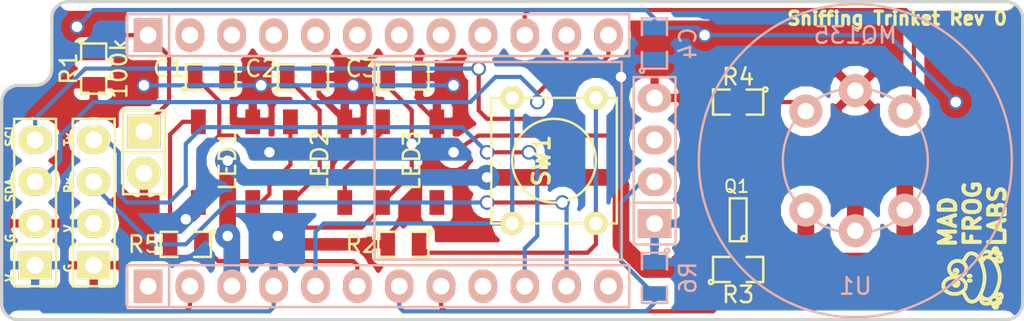
<source format=kicad_pcb>
(kicad_pcb (version 4) (host pcbnew "(2014-10-31 BZR 5247)-product")

  (general
    (links 51)
    (no_connects 0)
    (area 128.198638 134.950999 194.105428 159.6128)
    (thickness 1.6)
    (drawings 15)
    (tracks 257)
    (zones 0)
    (modules 23)
    (nets 33)
  )

  (page A4)
  (layers
    (0 F.Cu signal hide)
    (31 B.Cu signal hide)
    (32 B.Adhes user hide)
    (33 F.Adhes user hide)
    (34 B.Paste user hide)
    (35 F.Paste user hide)
    (36 B.SilkS user hide)
    (37 F.SilkS user hide)
    (38 B.Mask user hide)
    (39 F.Mask user hide)
    (40 Dwgs.User user hide)
    (41 Cmts.User user hide)
    (42 Eco1.User user hide)
    (43 Eco2.User user hide)
    (44 Edge.Cuts user)
    (45 Margin user hide)
    (46 B.CrtYd user hide)
    (47 F.CrtYd user hide)
    (48 B.Fab user hide)
    (49 F.Fab user hide)
  )

  (setup
    (last_trace_width 0.254)
    (trace_clearance 0.254)
    (zone_clearance 0.508)
    (zone_45_only no)
    (trace_min 0.254)
    (segment_width 0.2)
    (edge_width 0.2)
    (via_size 0.889)
    (via_drill 0.635)
    (via_min_size 0.889)
    (via_min_drill 0.508)
    (uvia_size 0.508)
    (uvia_drill 0.127)
    (uvias_allowed no)
    (uvia_min_size 0.508)
    (uvia_min_drill 0.127)
    (pcb_text_width 0.3)
    (pcb_text_size 1.5 1.5)
    (mod_edge_width 0.15)
    (mod_text_size 1 1)
    (mod_text_width 0.15)
    (pad_size 1.5 0.9)
    (pad_drill 0)
    (pad_to_mask_clearance 0)
    (aux_axis_origin 0 0)
    (visible_elements FFFFFF7F)
    (pcbplotparams
      (layerselection 0x010f0_80000001)
      (usegerberextensions false)
      (excludeedgelayer true)
      (linewidth 0.100000)
      (plotframeref false)
      (viasonmask false)
      (mode 1)
      (useauxorigin false)
      (hpglpennumber 1)
      (hpglpenspeed 20)
      (hpglpendiameter 15)
      (hpglpenoverlay 2)
      (psnegative false)
      (psa4output false)
      (plotreference true)
      (plotvalue true)
      (plotinvisibletext false)
      (padsonsilk false)
      (subtractmaskfromsilk false)
      (outputformat 1)
      (mirror false)
      (drillshape 0)
      (scaleselection 1)
      (outputdirectory Gerbers/))
  )

  (net 0 "")
  (net 1 +5V)
  (net 2 GND)
  (net 3 D9)
  (net 4 RX)
  (net 5 TX)
  (net 6 SDA)
  (net 7 SCL)
  (net 8 "Net-(P4-Pad1)")
  (net 9 +5VD)
  (net 10 D8)
  (net 11 D6)
  (net 12 D5)
  (net 13 D4)
  (net 14 "Net-(P4-Pad9)")
  (net 15 "Net-(P4-Pad12)")
  (net 16 "Net-(P5-Pad2)")
  (net 17 "Net-(P5-Pad3)")
  (net 18 "Net-(P5-Pad4)")
  (net 19 "Net-(P5-Pad5)")
  (net 20 "Net-(P5-Pad6)")
  (net 21 "Net-(P5-Pad7)")
  (net 22 "Net-(P5-Pad8)")
  (net 23 "Net-(P5-Pad9)")
  (net 24 A3)
  (net 25 "Net-(Q1-Pad2)")
  (net 26 "Net-(R2-Pad1)")
  (net 27 "Net-(R4-Pad1)")
  (net 28 "Net-(LED1-Pad4)")
  (net 29 "Net-(U2-Pad3)")
  (net 30 "Net-(LED1-Pad2)")
  (net 31 "Net-(LED2-Pad2)")
  (net 32 "Net-(LED3-Pad2)")

  (net_class Default "This is the default net class."
    (clearance 0.254)
    (trace_width 0.254)
    (via_dia 0.889)
    (via_drill 0.635)
    (uvia_dia 0.508)
    (uvia_drill 0.127)
    (add_net +5V)
    (add_net +5VD)
    (add_net A3)
    (add_net D4)
    (add_net D5)
    (add_net D6)
    (add_net D8)
    (add_net D9)
    (add_net GND)
    (add_net "Net-(LED1-Pad2)")
    (add_net "Net-(LED1-Pad4)")
    (add_net "Net-(LED2-Pad2)")
    (add_net "Net-(LED3-Pad2)")
    (add_net "Net-(P4-Pad1)")
    (add_net "Net-(P4-Pad12)")
    (add_net "Net-(P4-Pad9)")
    (add_net "Net-(P5-Pad2)")
    (add_net "Net-(P5-Pad3)")
    (add_net "Net-(P5-Pad4)")
    (add_net "Net-(P5-Pad5)")
    (add_net "Net-(P5-Pad6)")
    (add_net "Net-(P5-Pad7)")
    (add_net "Net-(P5-Pad8)")
    (add_net "Net-(P5-Pad9)")
    (add_net "Net-(Q1-Pad2)")
    (add_net "Net-(R2-Pad1)")
    (add_net "Net-(R4-Pad1)")
    (add_net "Net-(U2-Pad3)")
    (add_net RX)
    (add_net SCL)
    (add_net SDA)
    (add_net TX)
  )

  (net_class +5VD ""
    (clearance 0.254)
    (trace_width 1.016)
    (via_dia 1.524)
    (via_drill 1.27)
    (uvia_dia 1.016)
    (uvia_drill 0.254)
  )

  (module Pin_Headers:Pin_Header_Straight_1x02 (layer F.Cu) (tedit 548D9244) (tstamp 5484615D)
    (at 138.684 144.272 270)
    (descr "Through hole pin header")
    (tags "pin header")
    (path /54832E22)
    (fp_text reference P1 (at 0 -2.286 270) (layer F.SilkS) hide
      (effects (font (size 1.27 1.27) (thickness 0.2032)))
    )
    (fp_text value Buzzer (at 0 0 270) (layer F.SilkS) hide
      (effects (font (size 1.27 1.27) (thickness 0.2032)))
    )
    (fp_line (start 0 -1.27) (end 0 1.27) (layer F.SilkS) (width 0.15))
    (fp_line (start -2.54 -1.27) (end -2.54 1.27) (layer F.SilkS) (width 0.15))
    (fp_line (start -2.54 1.27) (end 0 1.27) (layer F.SilkS) (width 0.15))
    (fp_line (start 0 1.27) (end 2.54 1.27) (layer F.SilkS) (width 0.15))
    (fp_line (start 2.54 1.27) (end 2.54 -1.27) (layer F.SilkS) (width 0.15))
    (fp_line (start 2.54 -1.27) (end -2.54 -1.27) (layer F.SilkS) (width 0.15))
    (pad 1 thru_hole rect (at -1.27 0 270) (size 2.032 2.032) (drill 1.016) (layers *.Cu *.Mask F.SilkS)
      (net 3 D9))
    (pad 2 thru_hole oval (at 1.27 0 270) (size 2.032 2.032) (drill 1.016) (layers *.Cu *.Mask F.SilkS)
      (net 2 GND))
    (model Pin_Headers/Pin_Header_Straight_1x02.wrl
      (at (xyz 0 0 0))
      (scale (xyz 1 1 1))
      (rotate (xyz 0 0 0))
    )
  )

  (module Pin_Headers:Pin_Header_Straight_1x04 (layer F.Cu) (tedit 548D9260) (tstamp 5484616C)
    (at 135.636 147.32 90)
    (descr "Through hole pin header")
    (tags "pin header")
    (path /54832E13)
    (fp_text reference P2 (at 0 -2.286 90) (layer F.SilkS) hide
      (effects (font (size 1.27 1.27) (thickness 0.2032)))
    )
    (fp_text value Serial (at 0 0 90) (layer F.SilkS) hide
      (effects (font (size 1.27 1.27) (thickness 0.2032)))
    )
    (fp_line (start -2.54 1.27) (end 5.08 1.27) (layer F.SilkS) (width 0.15))
    (fp_line (start -2.54 -1.27) (end 5.08 -1.27) (layer F.SilkS) (width 0.15))
    (fp_line (start -5.08 -1.27) (end -2.54 -1.27) (layer F.SilkS) (width 0.15))
    (fp_line (start 5.08 1.27) (end 5.08 -1.27) (layer F.SilkS) (width 0.15))
    (fp_line (start -2.54 -1.27) (end -2.54 1.27) (layer F.SilkS) (width 0.15))
    (fp_line (start -5.08 -1.27) (end -5.08 1.27) (layer F.SilkS) (width 0.15))
    (fp_line (start -5.08 1.27) (end -2.54 1.27) (layer F.SilkS) (width 0.15))
    (pad 1 thru_hole rect (at -3.81 0 90) (size 1.7272 2.032) (drill 1.016) (layers *.Cu *.Mask F.SilkS)
      (net 2 GND))
    (pad 2 thru_hole oval (at -1.27 0 90) (size 1.7272 2.032) (drill 1.016) (layers *.Cu *.Mask F.SilkS)
      (net 1 +5V))
    (pad 3 thru_hole oval (at 1.27 0 90) (size 1.7272 2.032) (drill 1.016) (layers *.Cu *.Mask F.SilkS)
      (net 4 RX))
    (pad 4 thru_hole oval (at 3.81 0 90) (size 1.7272 2.032) (drill 1.016) (layers *.Cu *.Mask F.SilkS)
      (net 5 TX))
    (model Pin_Headers/Pin_Header_Straight_1x04.wrl
      (at (xyz 0 0 0))
      (scale (xyz 1 1 1))
      (rotate (xyz 0 0 0))
    )
  )

  (module Pin_Headers:Pin_Header_Straight_1x04 (layer F.Cu) (tedit 548D925C) (tstamp 5484617B)
    (at 132.08 147.32 90)
    (descr "Through hole pin header")
    (tags "pin header")
    (path /54832CC1)
    (fp_text reference P3 (at 0 -2.286 90) (layer F.SilkS) hide
      (effects (font (size 1.27 1.27) (thickness 0.2032)))
    )
    (fp_text value I2C (at 0 0 90) (layer F.SilkS) hide
      (effects (font (size 1.27 1.27) (thickness 0.2032)))
    )
    (fp_line (start -2.54 1.27) (end 5.08 1.27) (layer F.SilkS) (width 0.15))
    (fp_line (start -2.54 -1.27) (end 5.08 -1.27) (layer F.SilkS) (width 0.15))
    (fp_line (start -5.08 -1.27) (end -2.54 -1.27) (layer F.SilkS) (width 0.15))
    (fp_line (start 5.08 1.27) (end 5.08 -1.27) (layer F.SilkS) (width 0.15))
    (fp_line (start -2.54 -1.27) (end -2.54 1.27) (layer F.SilkS) (width 0.15))
    (fp_line (start -5.08 -1.27) (end -5.08 1.27) (layer F.SilkS) (width 0.15))
    (fp_line (start -5.08 1.27) (end -2.54 1.27) (layer F.SilkS) (width 0.15))
    (pad 1 thru_hole rect (at -3.81 0 90) (size 1.7272 2.032) (drill 1.016) (layers *.Cu *.Mask F.SilkS)
      (net 1 +5V))
    (pad 2 thru_hole oval (at -1.27 0 90) (size 1.7272 2.032) (drill 1.016) (layers *.Cu *.Mask F.SilkS)
      (net 2 GND))
    (pad 3 thru_hole oval (at 1.27 0 90) (size 1.7272 2.032) (drill 1.016) (layers *.Cu *.Mask F.SilkS)
      (net 6 SDA))
    (pad 4 thru_hole oval (at 3.81 0 90) (size 1.7272 2.032) (drill 1.016) (layers *.Cu *.Mask F.SilkS)
      (net 7 SCL))
    (model Pin_Headers/Pin_Header_Straight_1x04.wrl
      (at (xyz 0 0 0))
      (scale (xyz 1 1 1))
      (rotate (xyz 0 0 0))
    )
  )

  (module Pin_Headers:Pin_Header_Straight_1x12 (layer B.Cu) (tedit 548D9358) (tstamp 54846192)
    (at 152.908 152.4)
    (descr "Through hole pin header")
    (tags "pin header")
    (path /54845E78)
    (fp_text reference P4 (at 0 2.286) (layer B.SilkS) hide
      (effects (font (size 1.27 1.27) (thickness 0.2032)) (justify mirror))
    )
    (fp_text value MCUA (at 0 0) (layer B.SilkS) hide
      (effects (font (size 1.27 1.27) (thickness 0.2032)) (justify mirror))
    )
    (fp_line (start -12.7 1.27) (end 15.24 1.27) (layer B.SilkS) (width 0.15))
    (fp_line (start 15.24 1.27) (end 15.24 -1.27) (layer B.SilkS) (width 0.15))
    (fp_line (start 15.24 -1.27) (end -12.7 -1.27) (layer B.SilkS) (width 0.15))
    (fp_line (start -15.24 1.27) (end -12.7 1.27) (layer B.SilkS) (width 0.15))
    (fp_line (start -12.7 1.27) (end -12.7 -1.27) (layer B.SilkS) (width 0.15))
    (fp_line (start -15.24 1.27) (end -15.24 -1.27) (layer B.SilkS) (width 0.15))
    (fp_line (start -15.24 -1.27) (end -12.7 -1.27) (layer B.SilkS) (width 0.15))
    (pad 1 thru_hole rect (at -13.97 0) (size 1.7272 2.032) (drill 1.016) (layers *.Cu *.Mask B.SilkS)
      (net 8 "Net-(P4-Pad1)"))
    (pad 2 thru_hole oval (at -11.43 0) (size 1.7272 2.032) (drill 1.016) (layers *.Cu *.Mask B.SilkS)
      (net 2 GND))
    (pad 3 thru_hole oval (at -8.89 0) (size 1.7272 2.032) (drill 1.016) (layers *.Cu *.Mask B.SilkS)
      (net 9 +5VD))
    (pad 4 thru_hole oval (at -6.35 0) (size 1.7272 2.032) (drill 1.016) (layers *.Cu *.Mask B.SilkS)
      (net 1 +5V))
    (pad 5 thru_hole oval (at -3.81 0) (size 1.7272 2.032) (drill 1.016) (layers *.Cu *.Mask B.SilkS)
      (net 10 D8))
    (pad 6 thru_hole oval (at -1.27 0) (size 1.7272 2.032) (drill 1.016) (layers *.Cu *.Mask B.SilkS)
      (net 11 D6))
    (pad 7 thru_hole oval (at 1.27 0) (size 1.7272 2.032) (drill 1.016) (layers *.Cu *.Mask B.SilkS)
      (net 12 D5))
    (pad 8 thru_hole oval (at 3.81 0) (size 1.7272 2.032) (drill 1.016) (layers *.Cu *.Mask B.SilkS)
      (net 13 D4))
    (pad 9 thru_hole oval (at 6.35 0) (size 1.7272 2.032) (drill 1.016) (layers *.Cu *.Mask B.SilkS)
      (net 14 "Net-(P4-Pad9)"))
    (pad 10 thru_hole oval (at 8.89 0) (size 1.7272 2.032) (drill 1.016) (layers *.Cu *.Mask B.SilkS)
      (net 5 TX))
    (pad 11 thru_hole oval (at 11.43 0) (size 1.7272 2.032) (drill 1.016) (layers *.Cu *.Mask B.SilkS)
      (net 4 RX))
    (pad 12 thru_hole oval (at 13.97 0) (size 1.7272 2.032) (drill 1.016) (layers *.Cu *.Mask B.SilkS)
      (net 15 "Net-(P4-Pad12)"))
    (model Pin_Headers/Pin_Header_Straight_1x12.wrl
      (at (xyz 0 0 0))
      (scale (xyz 1 1 1))
      (rotate (xyz 0 0 0))
    )
  )

  (module Pin_Headers:Pin_Header_Straight_1x12 (layer B.Cu) (tedit 548D92D7) (tstamp 548461A9)
    (at 152.908 137.16)
    (descr "Through hole pin header")
    (tags "pin header")
    (path /54846466)
    (fp_text reference P5 (at -1.524 3.048) (layer B.SilkS) hide
      (effects (font (size 1.27 1.27) (thickness 0.2032)) (justify mirror))
    )
    (fp_text value MCUB (at 0 0) (layer B.SilkS) hide
      (effects (font (size 1.27 1.27) (thickness 0.2032)) (justify mirror))
    )
    (fp_line (start -12.7 1.27) (end 15.24 1.27) (layer B.SilkS) (width 0.15))
    (fp_line (start 15.24 1.27) (end 15.24 -1.27) (layer B.SilkS) (width 0.15))
    (fp_line (start 15.24 -1.27) (end -12.7 -1.27) (layer B.SilkS) (width 0.15))
    (fp_line (start -15.24 1.27) (end -12.7 1.27) (layer B.SilkS) (width 0.15))
    (fp_line (start -12.7 1.27) (end -12.7 -1.27) (layer B.SilkS) (width 0.15))
    (fp_line (start -15.24 1.27) (end -15.24 -1.27) (layer B.SilkS) (width 0.15))
    (fp_line (start -15.24 -1.27) (end -12.7 -1.27) (layer B.SilkS) (width 0.15))
    (pad 1 thru_hole rect (at -13.97 0) (size 1.7272 2.032) (drill 1.016) (layers *.Cu *.Mask B.SilkS)
      (net 3 D9))
    (pad 2 thru_hole oval (at -11.43 0) (size 1.7272 2.032) (drill 1.016) (layers *.Cu *.Mask B.SilkS)
      (net 16 "Net-(P5-Pad2)"))
    (pad 3 thru_hole oval (at -8.89 0) (size 1.7272 2.032) (drill 1.016) (layers *.Cu *.Mask B.SilkS)
      (net 17 "Net-(P5-Pad3)"))
    (pad 4 thru_hole oval (at -6.35 0) (size 1.7272 2.032) (drill 1.016) (layers *.Cu *.Mask B.SilkS)
      (net 18 "Net-(P5-Pad4)"))
    (pad 5 thru_hole oval (at -3.81 0) (size 1.7272 2.032) (drill 1.016) (layers *.Cu *.Mask B.SilkS)
      (net 19 "Net-(P5-Pad5)"))
    (pad 6 thru_hole oval (at -1.27 0) (size 1.7272 2.032) (drill 1.016) (layers *.Cu *.Mask B.SilkS)
      (net 20 "Net-(P5-Pad6)"))
    (pad 7 thru_hole oval (at 1.27 0) (size 1.7272 2.032) (drill 1.016) (layers *.Cu *.Mask B.SilkS)
      (net 21 "Net-(P5-Pad7)"))
    (pad 8 thru_hole oval (at 3.81 0) (size 1.7272 2.032) (drill 1.016) (layers *.Cu *.Mask B.SilkS)
      (net 22 "Net-(P5-Pad8)"))
    (pad 9 thru_hole oval (at 6.35 0) (size 1.7272 2.032) (drill 1.016) (layers *.Cu *.Mask B.SilkS)
      (net 23 "Net-(P5-Pad9)"))
    (pad 10 thru_hole oval (at 8.89 0) (size 1.7272 2.032) (drill 1.016) (layers *.Cu *.Mask B.SilkS)
      (net 24 A3))
    (pad 11 thru_hole oval (at 11.43 0) (size 1.7272 2.032) (drill 1.016) (layers *.Cu *.Mask B.SilkS)
      (net 6 SDA))
    (pad 12 thru_hole oval (at 13.97 0) (size 1.7272 2.032) (drill 1.016) (layers *.Cu *.Mask B.SilkS)
      (net 7 SCL))
    (model Pin_Headers/Pin_Header_Straight_1x12.wrl
      (at (xyz 0 0 0))
      (scale (xyz 1 1 1))
      (rotate (xyz 0 0 0))
    )
  )

  (module SMD_Packages:SOT-23 (layer F.Cu) (tedit 548D92FD) (tstamp 548461B5)
    (at 174.752 148.336 90)
    (tags SOT23)
    (path /548324E9)
    (fp_text reference Q1 (at 1.99898 -0.09906 180) (layer F.SilkS)
      (effects (font (size 0.762 0.762) (thickness 0.11938)))
    )
    (fp_text value BSS138 (at 0.0635 0 90) (layer F.SilkS) hide
      (effects (font (size 0.50038 0.50038) (thickness 0.09906)))
    )
    (fp_circle (center -1.17602 0.35052) (end -1.30048 0.44958) (layer F.SilkS) (width 0.15))
    (fp_line (start 1.27 -0.508) (end 1.27 0.508) (layer F.SilkS) (width 0.15))
    (fp_line (start -1.3335 -0.508) (end -1.3335 0.508) (layer F.SilkS) (width 0.15))
    (fp_line (start 1.27 0.508) (end -1.3335 0.508) (layer F.SilkS) (width 0.15))
    (fp_line (start -1.3335 -0.508) (end 1.27 -0.508) (layer F.SilkS) (width 0.15))
    (pad 3 smd rect (at 0 -1.09982 90) (size 0.8001 1.00076) (layers F.Cu F.Paste F.Mask)
      (net 9 +5VD))
    (pad 2 smd rect (at 0.9525 1.09982 90) (size 0.8001 1.00076) (layers F.Cu F.Paste F.Mask)
      (net 25 "Net-(Q1-Pad2)"))
    (pad 1 smd rect (at -0.9525 1.09982 90) (size 0.8001 1.00076) (layers F.Cu F.Paste F.Mask)
      (net 13 D4))
    (model smd\SOT23_3.wrl
      (at (xyz 0 0 0))
      (scale (xyz 0.4 0.4 0.4))
      (rotate (xyz 0 0 180))
    )
  )

  (module SniffingTrinket:MQ135 (layer B.Cu) (tedit 548466FE) (tstamp 5489CD9B)
    (at 181.864 144.78)
    (path /54831D33)
    (fp_text reference U1 (at 0 7.62) (layer B.SilkS)
      (effects (font (size 1 1) (thickness 0.15)) (justify mirror))
    )
    (fp_text value MQ135 (at 0 -7.62) (layer B.SilkS)
      (effects (font (size 1 1) (thickness 0.15)) (justify mirror))
    )
    (fp_circle (center 0 0) (end 0 -9.5) (layer B.SilkS) (width 0.15))
    (fp_circle (center 0 0) (end 0 -4.4) (layer B.SilkS) (width 0.15))
    (pad 2 thru_hole circle (at 0 4.25) (size 2 2) (drill 1) (layers *.Cu *.Mask B.SilkS)
      (net 25 "Net-(Q1-Pad2)"))
    (pad 5 thru_hole circle (at 0 -4.25) (size 2 2) (drill 1) (layers *.Cu *.Mask B.SilkS)
      (net 2 GND))
    (pad 1 thru_hole circle (at 3.005 3.005) (size 2 2) (drill 1) (layers *.Cu *.Mask B.SilkS)
      (net 9 +5VD))
    (pad 3 thru_hole circle (at -3.005 3.005) (size 2 2) (drill 1) (layers *.Cu *.Mask B.SilkS)
      (net 9 +5VD))
    (pad 4 thru_hole circle (at -3.005 -3.005) (size 2 2) (drill 1) (layers *.Cu *.Mask B.SilkS)
      (net 27 "Net-(R4-Pad1)"))
    (pad 6 thru_hole circle (at 3.005 -3.005) (size 2 2) (drill 1) (layers *.Cu *.Mask B.SilkS)
      (net 24 A3))
  )

  (module SniffingTrinket:WS2812B (layer F.Cu) (tedit 548D927A) (tstamp 54846D27)
    (at 145.288 147.32 90)
    (path /5480926E)
    (fp_text reference LED1 (at 2.54 -1.524 90) (layer F.SilkS)
      (effects (font (size 1 1) (thickness 0.15)))
    )
    (fp_text value WS2812 (at 2.5908 2.6924 90) (layer F.SilkS) hide
      (effects (font (size 1 1) (thickness 0.15)))
    )
    (pad 2 smd rect (at 0 0 90) (size 1.5 0.9) (layers F.Cu F.Paste F.Mask)
      (net 30 "Net-(LED1-Pad2)"))
    (pad 1 smd rect (at 0 -3.3 90) (size 1.5 0.9) (layers F.Cu F.Paste F.Mask)
      (net 1 +5V))
    (pad 3 smd rect (at 4.9 0 90) (size 1.5 0.9) (layers F.Cu F.Paste F.Mask)
      (net 2 GND))
    (pad 4 smd rect (at 4.9 -3.3 90) (size 1.5 0.9) (layers F.Cu F.Paste F.Mask)
      (net 28 "Net-(LED1-Pad4)"))
  )

  (module SniffingTrinket:WS2812B (layer F.Cu) (tedit 548D9287) (tstamp 54846D2F)
    (at 150.876 147.32 90)
    (path /5480927D)
    (fp_text reference LED2 (at 2.54 -1.524 90) (layer F.SilkS)
      (effects (font (size 1 1) (thickness 0.15)))
    )
    (fp_text value WS2812 (at 2.5908 2.6924 90) (layer F.SilkS) hide
      (effects (font (size 1 1) (thickness 0.15)))
    )
    (pad 2 smd rect (at 0 0 90) (size 1.5 0.9) (layers F.Cu F.Paste F.Mask)
      (net 31 "Net-(LED2-Pad2)"))
    (pad 1 smd rect (at 0 -3.3 90) (size 1.5 0.9) (layers F.Cu F.Paste F.Mask)
      (net 1 +5V))
    (pad 3 smd rect (at 4.9 0 90) (size 1.5 0.9) (layers F.Cu F.Paste F.Mask)
      (net 2 GND))
    (pad 4 smd rect (at 4.9 -3.3 90) (size 1.5 0.9) (layers F.Cu F.Paste F.Mask)
      (net 30 "Net-(LED1-Pad2)"))
  )

  (module SniffingTrinket:WS2812B (layer F.Cu) (tedit 548D9295) (tstamp 54846D37)
    (at 156.464 147.32 90)
    (path /5480928C)
    (fp_text reference LED3 (at 2.54 -1.524 90) (layer F.SilkS)
      (effects (font (size 1 1) (thickness 0.15)))
    )
    (fp_text value WS2812 (at 2.5908 2.6924 90) (layer F.SilkS) hide
      (effects (font (size 1 1) (thickness 0.15)))
    )
    (pad 2 smd rect (at 0 0 90) (size 1.5 0.9) (layers F.Cu F.Paste F.Mask)
      (net 32 "Net-(LED3-Pad2)"))
    (pad 1 smd rect (at 0 -3.3 90) (size 1.5 0.9) (layers F.Cu F.Paste F.Mask)
      (net 1 +5V))
    (pad 3 smd rect (at 4.9 0 90) (size 1.5 0.9) (layers F.Cu F.Paste F.Mask)
      (net 2 GND))
    (pad 4 smd rect (at 4.9 -3.3 90) (size 1.5 0.9) (layers F.Cu F.Paste F.Mask)
      (net 31 "Net-(LED2-Pad2)"))
  )

  (module Discret:SW_PUSH_SMALL (layer F.Cu) (tedit 548D92F5) (tstamp 54846D9C)
    (at 163.576 144.78 90)
    (path /54832EEF)
    (fp_text reference SW1 (at 0 -0.762 90) (layer F.SilkS)
      (effects (font (size 1.016 1.016) (thickness 0.2032)))
    )
    (fp_text value SW_PUSH (at 0 1.016 90) (layer F.SilkS) hide
      (effects (font (size 1.016 1.016) (thickness 0.2032)))
    )
    (fp_circle (center 0 0) (end 0 -2.54) (layer F.SilkS) (width 0.15))
    (fp_line (start -3.81 -3.81) (end 3.81 -3.81) (layer F.SilkS) (width 0.15))
    (fp_line (start 3.81 -3.81) (end 3.81 3.81) (layer F.SilkS) (width 0.15))
    (fp_line (start 3.81 3.81) (end -3.81 3.81) (layer F.SilkS) (width 0.15))
    (fp_line (start -3.81 -3.81) (end -3.81 3.81) (layer F.SilkS) (width 0.15))
    (pad 1 thru_hole circle (at 3.81 -2.54 90) (size 1.397 1.397) (drill 0.8128) (layers *.Cu *.Mask F.SilkS)
      (net 10 D8))
    (pad 2 thru_hole circle (at 3.81 2.54 90) (size 1.397 1.397) (drill 0.8128) (layers *.Cu *.Mask F.SilkS)
      (net 26 "Net-(R2-Pad1)"))
    (pad 1 thru_hole circle (at -3.81 -2.54 90) (size 1.397 1.397) (drill 0.8128) (layers *.Cu *.Mask F.SilkS)
      (net 10 D8))
    (pad 2 thru_hole circle (at -3.81 2.54 90) (size 1.397 1.397) (drill 0.8128) (layers *.Cu *.Mask F.SilkS)
      (net 26 "Net-(R2-Pad1)"))
  )

  (module SniffingTrinket:DHT11 (layer B.Cu) (tedit 548D9332) (tstamp 5484620C)
    (at 170.18 145.288 90)
    (descr "Through hole pin header")
    (tags "pin header")
    (path /54831D24)
    (fp_text reference U2 (at 7 -0.5 180) (layer B.SilkS) hide
      (effects (font (size 1.27 1.27) (thickness 0.2032)) (justify mirror))
    )
    (fp_text value DHT11 (at 0.75 -4 90) (layer B.SilkS) hide
      (effects (font (size 1.27 1.27) (thickness 0.2032)) (justify mirror))
    )
    (fp_line (start -5.5 -2.5) (end -5.5 -17.5) (layer B.SilkS) (width 0.15))
    (fp_line (start -5.5 -17.5) (end 6.5 -17.5) (layer B.SilkS) (width 0.15))
    (fp_line (start 6.5 -17.5) (end 6.5 -2.5) (layer B.SilkS) (width 0.15))
    (fp_line (start -5.5 -2.5) (end 6.5 -2.5) (layer B.SilkS) (width 0.15))
    (fp_line (start -2.04 -1.77) (end 5.58 -1.77) (layer B.SilkS) (width 0.15))
    (fp_line (start -2.04 0.77) (end 5.58 0.77) (layer B.SilkS) (width 0.15))
    (fp_line (start -4.58 0.77) (end -2.04 0.77) (layer B.SilkS) (width 0.15))
    (fp_line (start 5.58 -1.77) (end 5.58 0.77) (layer B.SilkS) (width 0.15))
    (fp_line (start -2.04 0.77) (end -2.04 -1.77) (layer B.SilkS) (width 0.15))
    (fp_line (start -4.58 0.77) (end -4.58 -1.77) (layer B.SilkS) (width 0.15))
    (fp_line (start -4.58 -1.77) (end -2.04 -1.77) (layer B.SilkS) (width 0.15))
    (pad 1 thru_hole rect (at -3.31 -0.5 90) (size 1.7272 2.032) (drill 1.016) (layers *.Cu *.Mask B.SilkS)
      (net 1 +5V))
    (pad 2 thru_hole oval (at -0.77 -0.5 90) (size 1.7272 2.032) (drill 1.016) (layers *.Cu *.Mask B.SilkS)
      (net 12 D5))
    (pad 3 thru_hole oval (at 1.77 -0.5 90) (size 1.7272 2.032) (drill 1.016) (layers *.Cu *.Mask B.SilkS)
      (net 29 "Net-(U2-Pad3)"))
    (pad 4 thru_hole oval (at 4.31 -0.5 90) (size 1.7272 2.032) (drill 1.016) (layers *.Cu *.Mask B.SilkS)
      (net 2 GND))
    (model Pin_Headers/Pin_Header_Straight_1x04.wrl
      (at (xyz 0 0 0))
      (scale (xyz 1 1 1))
      (rotate (xyz 0 0 0))
    )
  )

  (module SMD_Packages:SMD-0805 (layer F.Cu) (tedit 548D9345) (tstamp 548461F1)
    (at 141.224 149.86 180)
    (path /548097B7)
    (attr smd)
    (fp_text reference R5 (at 2.54 0 180) (layer F.SilkS)
      (effects (font (size 1 1) (thickness 0.15)))
    )
    (fp_text value 300 (at -3.556 0 180) (layer F.SilkS) hide
      (effects (font (size 1 1) (thickness 0.15)))
    )
    (fp_circle (center -1.651 0.762) (end -1.651 0.635) (layer F.SilkS) (width 0.15))
    (fp_line (start -0.508 0.762) (end -1.524 0.762) (layer F.SilkS) (width 0.15))
    (fp_line (start -1.524 0.762) (end -1.524 -0.762) (layer F.SilkS) (width 0.15))
    (fp_line (start -1.524 -0.762) (end -0.508 -0.762) (layer F.SilkS) (width 0.15))
    (fp_line (start 0.508 -0.762) (end 1.524 -0.762) (layer F.SilkS) (width 0.15))
    (fp_line (start 1.524 -0.762) (end 1.524 0.762) (layer F.SilkS) (width 0.15))
    (fp_line (start 1.524 0.762) (end 0.508 0.762) (layer F.SilkS) (width 0.15))
    (pad 1 smd rect (at -0.9525 0 180) (size 0.889 1.397) (layers F.Cu F.Paste F.Mask)
      (net 11 D6))
    (pad 2 smd rect (at 0.9525 0 180) (size 0.889 1.397) (layers F.Cu F.Paste F.Mask)
      (net 28 "Net-(LED1-Pad4)"))
    (model SMD_Packages/SMD-0805.wrl
      (at (xyz 0 0 0))
      (scale (xyz 0.1 0.1 0.1))
      (rotate (xyz 0 0 0))
    )
  )

  (module SMD_Packages:SMD-0805 (layer F.Cu) (tedit 548D92CA) (tstamp 548DA48F)
    (at 142.748 139.7)
    (path /54833AF7)
    (attr smd)
    (fp_text reference C1 (at -2.54 -0.508) (layer F.SilkS)
      (effects (font (size 1 1) (thickness 0.15)))
    )
    (fp_text value 0.1u (at -3.048 0.508) (layer F.SilkS) hide
      (effects (font (size 1 1) (thickness 0.15)))
    )
    (fp_circle (center -1.651 0.762) (end -1.651 0.635) (layer F.SilkS) (width 0.15))
    (fp_line (start -0.508 0.762) (end -1.524 0.762) (layer F.SilkS) (width 0.15))
    (fp_line (start -1.524 0.762) (end -1.524 -0.762) (layer F.SilkS) (width 0.15))
    (fp_line (start -1.524 -0.762) (end -0.508 -0.762) (layer F.SilkS) (width 0.15))
    (fp_line (start 0.508 -0.762) (end 1.524 -0.762) (layer F.SilkS) (width 0.15))
    (fp_line (start 1.524 -0.762) (end 1.524 0.762) (layer F.SilkS) (width 0.15))
    (fp_line (start 1.524 0.762) (end 0.508 0.762) (layer F.SilkS) (width 0.15))
    (pad 1 smd rect (at -0.9525 0) (size 0.889 1.397) (layers F.Cu F.Paste F.Mask)
      (net 1 +5V))
    (pad 2 smd rect (at 0.9525 0) (size 0.889 1.397) (layers F.Cu F.Paste F.Mask)
      (net 2 GND))
    (model SMD_Packages/SMD-0805.wrl
      (at (xyz 0 0 0))
      (scale (xyz 0.1 0.1 0.1))
      (rotate (xyz 0 0 0))
    )
  )

  (module SMD_Packages:SMD-0805 (layer F.Cu) (tedit 548D92E3) (tstamp 54846145)
    (at 154.432 139.7)
    (path /54833B15)
    (attr smd)
    (fp_text reference C3 (at -2.54 -0.508) (layer F.SilkS)
      (effects (font (size 1 1) (thickness 0.15)))
    )
    (fp_text value 0.1u (at 0 0.381) (layer F.SilkS) hide
      (effects (font (size 1 1) (thickness 0.15)))
    )
    (fp_circle (center -1.651 0.762) (end -1.651 0.635) (layer F.SilkS) (width 0.15))
    (fp_line (start -0.508 0.762) (end -1.524 0.762) (layer F.SilkS) (width 0.15))
    (fp_line (start -1.524 0.762) (end -1.524 -0.762) (layer F.SilkS) (width 0.15))
    (fp_line (start -1.524 -0.762) (end -0.508 -0.762) (layer F.SilkS) (width 0.15))
    (fp_line (start 0.508 -0.762) (end 1.524 -0.762) (layer F.SilkS) (width 0.15))
    (fp_line (start 1.524 -0.762) (end 1.524 0.762) (layer F.SilkS) (width 0.15))
    (fp_line (start 1.524 0.762) (end 0.508 0.762) (layer F.SilkS) (width 0.15))
    (pad 1 smd rect (at -0.9525 0) (size 0.889 1.397) (layers F.Cu F.Paste F.Mask)
      (net 1 +5V))
    (pad 2 smd rect (at 0.9525 0) (size 0.889 1.397) (layers F.Cu F.Paste F.Mask)
      (net 2 GND))
    (model SMD_Packages/SMD-0805.wrl
      (at (xyz 0 0 0))
      (scale (xyz 0.1 0.1 0.1))
      (rotate (xyz 0 0 0))
    )
  )

  (module SMD_Packages:SMD-0805 (layer F.Cu) (tedit 548D92C3) (tstamp 54846139)
    (at 148.336 139.7)
    (path /54833B06)
    (attr smd)
    (fp_text reference C2 (at -2.54 -0.508) (layer F.SilkS)
      (effects (font (size 1 1) (thickness 0.15)))
    )
    (fp_text value 0.1u (at -2.54 0.508) (layer F.SilkS) hide
      (effects (font (size 1 1) (thickness 0.15)))
    )
    (fp_circle (center -1.651 0.762) (end -1.651 0.635) (layer F.SilkS) (width 0.15))
    (fp_line (start -0.508 0.762) (end -1.524 0.762) (layer F.SilkS) (width 0.15))
    (fp_line (start -1.524 0.762) (end -1.524 -0.762) (layer F.SilkS) (width 0.15))
    (fp_line (start -1.524 -0.762) (end -0.508 -0.762) (layer F.SilkS) (width 0.15))
    (fp_line (start 0.508 -0.762) (end 1.524 -0.762) (layer F.SilkS) (width 0.15))
    (fp_line (start 1.524 -0.762) (end 1.524 0.762) (layer F.SilkS) (width 0.15))
    (fp_line (start 1.524 0.762) (end 0.508 0.762) (layer F.SilkS) (width 0.15))
    (pad 1 smd rect (at -0.9525 0) (size 0.889 1.397) (layers F.Cu F.Paste F.Mask)
      (net 1 +5V))
    (pad 2 smd rect (at 0.9525 0) (size 0.889 1.397) (layers F.Cu F.Paste F.Mask)
      (net 2 GND))
    (model SMD_Packages/SMD-0805.wrl
      (at (xyz 0 0 0))
      (scale (xyz 0.1 0.1 0.1))
      (rotate (xyz 0 0 0))
    )
  )

  (module SMD_Packages:SMD-0805 (layer B.Cu) (tedit 548D932C) (tstamp 54846151)
    (at 169.672 137.668 90)
    (path /54833ADC)
    (attr smd)
    (fp_text reference C4 (at 0 2.032 90) (layer B.SilkS)
      (effects (font (size 1 1) (thickness 0.15)) (justify mirror))
    )
    (fp_text value 0.1u (at 0 -0.381 90) (layer B.SilkS) hide
      (effects (font (size 1 1) (thickness 0.15)) (justify mirror))
    )
    (fp_circle (center -1.651 -0.762) (end -1.651 -0.635) (layer B.SilkS) (width 0.15))
    (fp_line (start -0.508 -0.762) (end -1.524 -0.762) (layer B.SilkS) (width 0.15))
    (fp_line (start -1.524 -0.762) (end -1.524 0.762) (layer B.SilkS) (width 0.15))
    (fp_line (start -1.524 0.762) (end -0.508 0.762) (layer B.SilkS) (width 0.15))
    (fp_line (start 0.508 0.762) (end 1.524 0.762) (layer B.SilkS) (width 0.15))
    (fp_line (start 1.524 0.762) (end 1.524 -0.762) (layer B.SilkS) (width 0.15))
    (fp_line (start 1.524 -0.762) (end 0.508 -0.762) (layer B.SilkS) (width 0.15))
    (pad 1 smd rect (at -0.9525 0 90) (size 0.889 1.397) (layers B.Cu B.Paste B.Mask)
      (net 1 +5V))
    (pad 2 smd rect (at 0.9525 0 90) (size 0.889 1.397) (layers B.Cu B.Paste B.Mask)
      (net 2 GND))
    (model SMD_Packages/SMD-0805.wrl
      (at (xyz 0 0 0))
      (scale (xyz 0.1 0.1 0.1))
      (rotate (xyz 0 0 0))
    )
  )

  (module SMD_Packages:SMD-0805 (layer B.Cu) (tedit 548D9340) (tstamp 548461FD)
    (at 169.672 151.892 270)
    (path /54832318)
    (attr smd)
    (fp_text reference R6 (at 0 -2.032 270) (layer B.SilkS)
      (effects (font (size 1 1) (thickness 0.15)) (justify mirror))
    )
    (fp_text value 10k (at 0 -0.381 270) (layer B.SilkS) hide
      (effects (font (size 1 1) (thickness 0.15)) (justify mirror))
    )
    (fp_circle (center -1.651 -0.762) (end -1.651 -0.635) (layer B.SilkS) (width 0.15))
    (fp_line (start -0.508 -0.762) (end -1.524 -0.762) (layer B.SilkS) (width 0.15))
    (fp_line (start -1.524 -0.762) (end -1.524 0.762) (layer B.SilkS) (width 0.15))
    (fp_line (start -1.524 0.762) (end -0.508 0.762) (layer B.SilkS) (width 0.15))
    (fp_line (start 0.508 0.762) (end 1.524 0.762) (layer B.SilkS) (width 0.15))
    (fp_line (start 1.524 0.762) (end 1.524 -0.762) (layer B.SilkS) (width 0.15))
    (fp_line (start 1.524 -0.762) (end 0.508 -0.762) (layer B.SilkS) (width 0.15))
    (pad 1 smd rect (at -0.9525 0 270) (size 0.889 1.397) (layers B.Cu B.Paste B.Mask)
      (net 1 +5V))
    (pad 2 smd rect (at 0.9525 0 270) (size 0.889 1.397) (layers B.Cu B.Paste B.Mask)
      (net 12 D5))
    (model SMD_Packages/SMD-0805.wrl
      (at (xyz 0 0 0))
      (scale (xyz 0.1 0.1 0.1))
      (rotate (xyz 0 0 0))
    )
  )

  (module SMD_Packages:SMD-0805 (layer F.Cu) (tedit 548D931C) (tstamp 548461D9)
    (at 174.752 151.384)
    (path /548325A7)
    (attr smd)
    (fp_text reference R3 (at 0 1.524) (layer F.SilkS)
      (effects (font (size 1 1) (thickness 0.15)))
    )
    (fp_text value 100k (at 0 0.381) (layer F.SilkS) hide
      (effects (font (size 1 1) (thickness 0.15)))
    )
    (fp_circle (center -1.651 0.762) (end -1.651 0.635) (layer F.SilkS) (width 0.15))
    (fp_line (start -0.508 0.762) (end -1.524 0.762) (layer F.SilkS) (width 0.15))
    (fp_line (start -1.524 0.762) (end -1.524 -0.762) (layer F.SilkS) (width 0.15))
    (fp_line (start -1.524 -0.762) (end -0.508 -0.762) (layer F.SilkS) (width 0.15))
    (fp_line (start 0.508 -0.762) (end 1.524 -0.762) (layer F.SilkS) (width 0.15))
    (fp_line (start 1.524 -0.762) (end 1.524 0.762) (layer F.SilkS) (width 0.15))
    (fp_line (start 1.524 0.762) (end 0.508 0.762) (layer F.SilkS) (width 0.15))
    (pad 1 smd rect (at -0.9525 0) (size 0.889 1.397) (layers F.Cu F.Paste F.Mask)
      (net 13 D4))
    (pad 2 smd rect (at 0.9525 0) (size 0.889 1.397) (layers F.Cu F.Paste F.Mask)
      (net 2 GND))
    (model SMD_Packages/SMD-0805.wrl
      (at (xyz 0 0 0))
      (scale (xyz 0.1 0.1 0.1))
      (rotate (xyz 0 0 0))
    )
  )

  (module SMD_Packages:SMD-0805 (layer F.Cu) (tedit 548D9317) (tstamp 548461E5)
    (at 174.752 141.224 180)
    (path /548329B3)
    (attr smd)
    (fp_text reference R4 (at 0 1.524 180) (layer F.SilkS)
      (effects (font (size 1 1) (thickness 0.15)))
    )
    (fp_text value 10k (at 0 0.381 180) (layer F.SilkS) hide
      (effects (font (size 1 1) (thickness 0.15)))
    )
    (fp_circle (center -1.651 0.762) (end -1.651 0.635) (layer F.SilkS) (width 0.15))
    (fp_line (start -0.508 0.762) (end -1.524 0.762) (layer F.SilkS) (width 0.15))
    (fp_line (start -1.524 0.762) (end -1.524 -0.762) (layer F.SilkS) (width 0.15))
    (fp_line (start -1.524 -0.762) (end -0.508 -0.762) (layer F.SilkS) (width 0.15))
    (fp_line (start 0.508 -0.762) (end 1.524 -0.762) (layer F.SilkS) (width 0.15))
    (fp_line (start 1.524 -0.762) (end 1.524 0.762) (layer F.SilkS) (width 0.15))
    (fp_line (start 1.524 0.762) (end 0.508 0.762) (layer F.SilkS) (width 0.15))
    (pad 1 smd rect (at -0.9525 0 180) (size 0.889 1.397) (layers F.Cu F.Paste F.Mask)
      (net 27 "Net-(R4-Pad1)"))
    (pad 2 smd rect (at 0.9525 0 180) (size 0.889 1.397) (layers F.Cu F.Paste F.Mask)
      (net 2 GND))
    (model SMD_Packages/SMD-0805.wrl
      (at (xyz 0 0 0))
      (scale (xyz 0.1 0.1 0.1))
      (rotate (xyz 0 0 0))
    )
  )

  (module SMD_Packages:SMD-0805 (layer F.Cu) (tedit 548D934D) (tstamp 548461CD)
    (at 154.432 149.86 180)
    (path /54832EFE)
    (attr smd)
    (fp_text reference R2 (at 2.54 0 180) (layer F.SilkS)
      (effects (font (size 1 1) (thickness 0.15)))
    )
    (fp_text value 10k (at -3.048 0 180) (layer F.SilkS) hide
      (effects (font (size 1 1) (thickness 0.15)))
    )
    (fp_circle (center -1.651 0.762) (end -1.651 0.635) (layer F.SilkS) (width 0.15))
    (fp_line (start -0.508 0.762) (end -1.524 0.762) (layer F.SilkS) (width 0.15))
    (fp_line (start -1.524 0.762) (end -1.524 -0.762) (layer F.SilkS) (width 0.15))
    (fp_line (start -1.524 -0.762) (end -0.508 -0.762) (layer F.SilkS) (width 0.15))
    (fp_line (start 0.508 -0.762) (end 1.524 -0.762) (layer F.SilkS) (width 0.15))
    (fp_line (start 1.524 -0.762) (end 1.524 0.762) (layer F.SilkS) (width 0.15))
    (fp_line (start 1.524 0.762) (end 0.508 0.762) (layer F.SilkS) (width 0.15))
    (pad 1 smd rect (at -0.9525 0 180) (size 0.889 1.397) (layers F.Cu F.Paste F.Mask)
      (net 26 "Net-(R2-Pad1)"))
    (pad 2 smd rect (at 0.9525 0 180) (size 0.889 1.397) (layers F.Cu F.Paste F.Mask)
      (net 2 GND))
    (model SMD_Packages/SMD-0805.wrl
      (at (xyz 0 0 0))
      (scale (xyz 0.1 0.1 0.1))
      (rotate (xyz 0 0 0))
    )
  )

  (module SMD_Packages:SMD-0805 (layer F.Cu) (tedit 548D926C) (tstamp 548461C1)
    (at 135.636 139.192 270)
    (path /54833243)
    (attr smd)
    (fp_text reference R1 (at 0 1.524 270) (layer F.SilkS)
      (effects (font (size 1 1) (thickness 0.15)))
    )
    (fp_text value 100k (at 0 -1.524 270) (layer F.SilkS)
      (effects (font (size 1 1) (thickness 0.15)))
    )
    (fp_circle (center -1.651 0.762) (end -1.651 0.635) (layer F.SilkS) (width 0.15))
    (fp_line (start -0.508 0.762) (end -1.524 0.762) (layer F.SilkS) (width 0.15))
    (fp_line (start -1.524 0.762) (end -1.524 -0.762) (layer F.SilkS) (width 0.15))
    (fp_line (start -1.524 -0.762) (end -0.508 -0.762) (layer F.SilkS) (width 0.15))
    (fp_line (start 0.508 -0.762) (end 1.524 -0.762) (layer F.SilkS) (width 0.15))
    (fp_line (start 1.524 -0.762) (end 1.524 0.762) (layer F.SilkS) (width 0.15))
    (fp_line (start 1.524 0.762) (end 0.508 0.762) (layer F.SilkS) (width 0.15))
    (pad 1 smd rect (at -0.9525 0 270) (size 0.889 1.397) (layers F.Cu F.Paste F.Mask)
      (net 3 D9))
    (pad 2 smd rect (at 0.9525 0 270) (size 0.889 1.397) (layers F.Cu F.Paste F.Mask)
      (net 2 GND))
    (model SMD_Packages/SMD-0805.wrl
      (at (xyz 0 0 0))
      (scale (xyz 0.1 0.1 0.1))
      (rotate (xyz 0 0 0))
    )
  )

  (module SniffingTrinket:frog (layer F.Cu) (tedit 548DADF5) (tstamp 548DAE6A)
    (at 188.976 151.892 90)
    (fp_text reference G*** (at -5.5 -2 90) (layer F.SilkS) hide
      (effects (font (thickness 0.3)))
    )
    (fp_text value LOGO (at -6.25 1.75 90) (layer F.SilkS) hide
      (effects (font (thickness 0.3)))
    )
    (fp_text user LABS (at 3.75 1.5 90) (layer F.SilkS)
      (effects (font (size 1 1) (thickness 0.25)))
    )
    (fp_text user FROG (at 3.9 0 90) (layer F.SilkS)
      (effects (font (size 1 1) (thickness 0.25)))
    )
    (fp_text user MAD (at 3.4 -1.5 90) (layer F.SilkS)
      (effects (font (size 1 1) (thickness 0.25)))
    )
    (fp_poly (pts (xy 1.879094 1.385709) (xy 1.87766 1.424195) (xy 1.871402 1.457932) (xy 1.868152 1.467122)
      (xy 1.848676 1.498903) (xy 1.819481 1.530371) (xy 1.786743 1.555365) (xy 1.771922 1.563109)
      (xy 1.7526 1.567716) (xy 1.7526 1.395746) (xy 1.744721 1.376052) (xy 1.723025 1.35537)
      (xy 1.690422 1.335337) (xy 1.649826 1.317588) (xy 1.604147 1.303757) (xy 1.579929 1.298756)
      (xy 1.562062 1.293667) (xy 1.543839 1.283299) (xy 1.531231 1.272861) (xy 1.531231 0.839162)
      (xy 1.526149 0.769302) (xy 1.508051 0.708093) (xy 1.477089 0.656471) (xy 1.440229 0.620414)
      (xy 1.392248 0.592064) (xy 1.342905 0.580221) (xy 1.291287 0.584847) (xy 1.236486 0.605906)
      (xy 1.225931 0.611597) (xy 1.194561 0.629224) (xy 1.235908 0.674465) (xy 1.276053 0.724544)
      (xy 1.303281 0.77468) (xy 1.319666 0.829965) (xy 1.327283 0.895493) (xy 1.327478 0.899274)
      (xy 1.331501 0.981514) (xy 1.370601 0.994557) (xy 1.403177 1.007527) (xy 1.435876 1.023667)
      (xy 1.443417 1.028018) (xy 1.464539 1.039407) (xy 1.479533 1.044935) (xy 1.482986 1.044818)
      (xy 1.488767 1.035279) (xy 1.496983 1.014996) (xy 1.50174 1.001084) (xy 1.523145 0.916735)
      (xy 1.531231 0.839162) (xy 1.531231 1.272861) (xy 1.522077 1.265284) (xy 1.493594 1.237251)
      (xy 1.484017 1.227322) (xy 1.44427 1.189416) (xy 1.40327 1.156624) (xy 1.364079 1.130971)
      (xy 1.329763 1.114478) (xy 1.304971 1.109133) (xy 1.28769 1.116981) (xy 1.271014 1.141014)
      (xy 1.270781 1.14147) (xy 1.25643 1.165758) (xy 1.236115 1.195619) (xy 1.218875 1.218602)
      (xy 1.200862 1.242441) (xy 1.200862 0.906574) (xy 1.192334 0.848299) (xy 1.175358 0.810317)
      (xy 1.143561 0.769676) (xy 1.098525 0.727905) (xy 1.041836 0.686535) (xy 0.995635 0.658387)
      (xy 0.91177 0.610884) (xy 0.868635 0.628162) (xy 0.716153 0.682641) (xy 0.553889 0.728451)
      (xy 0.387289 0.764323) (xy 0.221804 0.788988) (xy 0.147219 0.796247) (xy 0.014983 0.800632)
      (xy -0.126765 0.793934) (xy -0.275218 0.776682) (xy -0.427565 0.749409) (xy -0.580999 0.712645)
      (xy -0.732709 0.666922) (xy -0.879889 0.61277) (xy -0.927034 0.59312) (xy -0.971024 0.574691)
      (xy -1.00249 0.562846) (xy -1.024146 0.556786) (xy -1.038708 0.555716) (xy -1.047021 0.557892)
      (xy -1.063182 0.569749) (xy -1.085919 0.592146) (xy -1.112328 0.621593) (xy -1.139503 0.654597)
      (xy -1.16454 0.68767) (xy -1.184535 0.717319) (xy -1.19434 0.734927) (xy -1.219583 0.796198)
      (xy -1.23296 0.851428) (xy -1.235203 0.905887) (xy -1.227045 0.964845) (xy -1.226613 0.9669)
      (xy -1.21058 1.020554) (xy -1.185097 1.070376) (xy -1.147922 1.120088) (xy -1.110082 1.160471)
      (xy -1.034197 1.226793) (xy -0.943578 1.290407) (xy -0.840325 1.350446) (xy -0.726537 1.406043)
      (xy -0.604314 1.456329) (xy -0.475754 1.500436) (xy -0.342958 1.537497) (xy -0.208025 1.566644)
      (xy -0.080433 1.586132) (xy -0.032496 1.589581) (xy 0.026396 1.590243) (xy 0.090522 1.588262)
      (xy 0.154159 1.583785) (xy 0.196417 1.579102) (xy 0.363654 1.548542) (xy 0.527008 1.501751)
      (xy 0.6851 1.439245) (xy 0.836552 1.36154) (xy 0.927101 1.305567) (xy 1.0122 1.242998)
      (xy 1.081847 1.178276) (xy 1.135789 1.111837) (xy 1.173774 1.044117) (xy 1.19555 0.97555)
      (xy 1.200862 0.906574) (xy 1.200862 1.242441) (xy 1.20006 1.243503) (xy 1.190719 1.260054)
      (xy 1.189125 1.272603) (xy 1.192866 1.284031) (xy 1.201112 1.317671) (xy 1.200356 1.356708)
      (xy 1.193224 1.385865) (xy 1.184365 1.403037) (xy 1.168085 1.429362) (xy 1.147159 1.460473)
      (xy 1.135113 1.477433) (xy 1.100554 1.526966) (xy 1.0761 1.566832) (xy 1.060403 1.599831)
      (xy 1.052113 1.628768) (xy 1.049867 1.654416) (xy 1.052093 1.681547) (xy 1.06026 1.698222)
      (xy 1.068684 1.705553) (xy 1.09656 1.716356) (xy 1.131466 1.717801) (xy 1.16319 1.710638)
      (xy 1.181293 1.696035) (xy 1.193425 1.667787) (xy 1.199785 1.625104) (xy 1.200571 1.567197)
      (xy 1.200443 1.563162) (xy 1.200968 1.517501) (xy 1.206911 1.486119) (xy 1.219393 1.466915)
      (xy 1.239535 1.457789) (xy 1.257471 1.456266) (xy 1.278602 1.459099) (xy 1.298702 1.468958)
      (xy 1.320176 1.487885) (xy 1.345427 1.517923) (xy 1.370787 1.552485) (xy 1.398791 1.589543)
      (xy 1.420926 1.612582) (xy 1.438823 1.622765) (xy 1.45411 1.621255) (xy 1.460907 1.616796)
      (xy 1.471228 1.598096) (xy 1.471236 1.567366) (xy 1.460873 1.524171) (xy 1.442043 1.472838)
      (xy 1.410885 1.396655) (xy 1.428305 1.373544) (xy 1.441712 1.359223) (xy 1.457781 1.352458)
      (xy 1.483121 1.350711) (xy 1.487753 1.350722) (xy 1.510704 1.352386) (xy 1.533292 1.358141)
      (xy 1.559976 1.369637) (xy 1.595218 1.388526) (xy 1.605207 1.394207) (xy 1.647067 1.417812)
      (xy 1.677159 1.433397) (xy 1.698204 1.441706) (xy 1.712924 1.443481) (xy 1.724041 1.439466)
      (xy 1.734277 1.430403) (xy 1.735002 1.42963) (xy 1.747747 1.411269) (xy 1.7526 1.395746)
      (xy 1.7526 1.567716) (xy 1.727915 1.573602) (xy 1.678154 1.571335) (xy 1.642534 1.5621)
      (xy 1.620812 1.554524) (xy 1.607414 1.550019) (xy 1.605486 1.549469) (xy 1.604687 1.557157)
      (xy 1.603749 1.576866) (xy 1.603155 1.594835) (xy 1.596505 1.642877) (xy 1.577994 1.682054)
      (xy 1.546326 1.71658) (xy 1.504419 1.744515) (xy 1.460306 1.757821) (xy 1.423965 1.75695)
      (xy 1.397878 1.749577) (xy 1.370694 1.738042) (xy 1.347183 1.72488) (xy 1.332119 1.712622)
      (xy 1.329114 1.706591) (xy 1.325435 1.70844) (xy 1.315994 1.722203) (xy 1.304296 1.742305)
      (xy 1.274541 1.786629) (xy 1.24024 1.817508) (xy 1.198647 1.836328) (xy 1.147015 1.844476)
      (xy 1.101945 1.844508) (xy 1.065421 1.84205) (xy 1.039897 1.837579) (xy 1.019449 1.829459)
      (xy 0.998146 1.816051) (xy 0.997635 1.815692) (xy 0.958679 1.778654) (xy 0.932722 1.732684)
      (xy 0.919877 1.679836) (xy 0.920258 1.622165) (xy 0.933976 1.561725) (xy 0.961146 1.500572)
      (xy 0.978686 1.472032) (xy 0.993961 1.448252) (xy 1.004418 1.429899) (xy 1.007534 1.422075)
      (xy 1.000976 1.422663) (xy 0.983635 1.43069) (xy 0.959007 1.444494) (xy 0.95419 1.447392)
      (xy 0.819982 1.521125) (xy 0.67817 1.584472) (xy 0.531622 1.636589) (xy 0.383204 1.676632)
      (xy 0.235783 1.703756) (xy 0.092225 1.717118) (xy 0.033867 1.718423) (xy -0.104293 1.711586)
      (xy -0.249446 1.691546) (xy -0.398926 1.659006) (xy -0.550068 1.614674) (xy -0.700207 1.559253)
      (xy -0.846677 1.493449) (xy -0.880149 1.476621) (xy -0.919297 1.457267) (xy -0.952748 1.44215)
      (xy -0.977711 1.432429) (xy -0.991397 1.429265) (xy -0.992875 1.429756) (xy -0.992716 1.440339)
      (xy -0.984492 1.460076) (xy -0.974482 1.47751) (xy -0.944335 1.535764) (xy -0.925917 1.595208)
      (xy -0.919184 1.653277) (xy -0.924097 1.707411) (xy -0.940612 1.755045) (xy -0.968689 1.793616)
      (xy -0.97978 1.803369) (xy -1.017479 1.827037) (xy -1.048678 1.83708) (xy -1.048678 1.653544)
      (xy -1.056847 1.614219) (xy -1.076645 1.567852) (xy -1.10771 1.515822) (xy -1.125266 1.49093)
      (xy -1.155846 1.448604) (xy -1.177253 1.416334) (xy -1.191022 1.391057) (xy -1.198689 1.369711)
      (xy -1.201788 1.349236) (xy -1.202105 1.337733) (xy -1.200396 1.311691) (xy -1.196222 1.291723)
      (xy -1.194265 1.287396) (xy -1.193506 1.276268) (xy -1.202876 1.258565) (xy -1.223582 1.232103)
      (xy -1.226977 1.228129) (xy -1.251458 1.198412) (xy -1.261533 1.185302) (xy -1.261533 0.589839)
      (xy -1.268901 0.585982) (xy -1.287037 0.581335) (xy -1.291076 0.580542) (xy -1.334441 0.580043)
      (xy -1.377754 0.595251) (xy -1.422059 0.626605) (xy -1.439664 0.643135) (xy -1.470796 0.678275)
      (xy -1.491581 0.713165) (xy -1.504635 0.753553) (xy -1.512295 0.802542) (xy -1.512662 0.835817)
      (xy -1.50869 0.878947) (xy -1.501372 0.925717) (xy -1.4917 0.969911) (xy -1.480668 1.005313)
      (xy -1.479422 1.008384) (xy -1.466655 1.038868) (xy -1.412777 1.013091) (xy -1.3589 0.987314)
      (xy -1.3589 0.889473) (xy -1.357422 0.83077) (xy -1.352016 0.783315) (xy -1.341219 0.741607)
      (xy -1.323567 0.70014) (xy -1.297601 0.653413) (xy -1.295055 0.649174) (xy -1.279107 0.622277)
      (xy -1.267274 0.601453) (xy -1.261706 0.590507) (xy -1.261533 0.589839) (xy -1.261533 1.185302)
      (xy -1.275096 1.167654) (xy -1.291007 1.145117) (xy -1.304993 1.124643) (xy -1.314997 1.111609)
      (xy -1.317784 1.109133) (xy -1.326616 1.112392) (xy -1.345795 1.120745) (xy -1.361108 1.127736)
      (xy -1.385882 1.142802) (xy -1.418239 1.167733) (xy -1.454604 1.199655) (xy -1.475921 1.22004)
      (xy -1.510939 1.253623) (xy -1.537456 1.276447) (xy -1.558126 1.290494) (xy -1.575602 1.297747)
      (xy -1.581754 1.299099) (xy -1.628004 1.310147) (xy -1.670975 1.326038) (xy -1.707692 1.345089)
      (xy -1.73518 1.365616) (xy -1.750463 1.385937) (xy -1.752599 1.395746) (xy -1.747106 1.412501)
      (xy -1.735001 1.42963) (xy -1.724676 1.439037) (xy -1.713641 1.443401) (xy -1.699158 1.441982)
      (xy -1.678489 1.434037) (xy -1.648897 1.418825) (xy -1.607643 1.395606) (xy -1.606154 1.394754)
      (xy -1.552034 1.366611) (xy -1.508419 1.350515) (xy -1.474104 1.346277) (xy -1.447884 1.353713)
      (xy -1.432077 1.36775) (xy -1.422669 1.381332) (xy -1.418465 1.394441) (xy -1.419927 1.410835)
      (xy -1.427515 1.434273) (xy -1.441692 1.468512) (xy -1.445552 1.477433) (xy -1.461626 1.521292)
      (xy -1.47043 1.560565) (xy -1.471602 1.592145) (xy -1.464777 1.612927) (xy -1.461811 1.616045)
      (xy -1.447908 1.622994) (xy -1.432719 1.619922) (xy -1.414378 1.605513) (xy -1.391016 1.578453)
      (xy -1.3716 1.552556) (xy -1.341047 1.512124) (xy -1.31656 1.484316) (xy -1.295726 1.467097)
      (xy -1.276135 1.458432) (xy -1.25747 1.456266) (xy -1.231688 1.459916) (xy -1.214301 1.472264)
      (xy -1.204189 1.495411) (xy -1.200232 1.531458) (xy -1.200442 1.563162) (xy -1.199771 1.622966)
      (xy -1.193263 1.667793) (xy -1.181 1.697293) (xy -1.165839 1.710167) (xy -1.134492 1.717251)
      (xy -1.100977 1.716506) (xy -1.073219 1.708311) (xy -1.068683 1.705553) (xy -1.052503 1.684448)
      (xy -1.048678 1.653544) (xy -1.048678 1.83708) (xy -1.059677 1.840621) (xy -1.111433 1.845627)
      (xy -1.1219 1.845733) (xy -1.159791 1.844367) (xy -1.188662 1.839131) (xy -1.21629 1.828318)
      (xy -1.227972 1.822448) (xy -1.256066 1.805408) (xy -1.276755 1.785594) (xy -1.295841 1.757106)
      (xy -1.300804 1.748365) (xy -1.314685 1.724607) (xy -1.324799 1.709566) (xy -1.329128 1.706217)
      (xy -1.329165 1.706591) (xy -1.33662 1.717273) (xy -1.355653 1.730193) (xy -1.381559 1.742937)
      (xy -1.409635 1.753092) (xy -1.428131 1.757378) (xy -1.461428 1.758112) (xy -1.495638 1.747824)
      (xy -1.499577 1.746083) (xy -1.5474 1.717266) (xy -1.580393 1.680474) (xy -1.598982 1.63509)
      (xy -1.603744 1.593901) (xy -1.604311 1.569063) (xy -1.605026 1.552926) (xy -1.605485 1.549451)
      (xy -1.613297 1.551955) (xy -1.631839 1.558346) (xy -1.642533 1.5621) (xy -1.697754 1.573682)
      (xy -1.749874 1.569144) (xy -1.797111 1.549021) (xy -1.837684 1.51385) (xy -1.84846 1.500209)
      (xy -1.863855 1.476) (xy -1.872622 1.452294) (xy -1.877052 1.421833) (xy -1.878116 1.406264)
      (xy -1.878054 1.363588) (xy -1.87067 1.330597) (xy -1.853561 1.301272) (xy -1.824328 1.269592)
      (xy -1.823147 1.268454) (xy -1.774454 1.231452) (xy -1.713579 1.201094) (xy -1.657212 1.182593)
      (xy -1.621437 1.169597) (xy -1.594792 1.15254) (xy -1.579952 1.133635) (xy -1.578669 1.1176)
      (xy -1.583457 1.103121) (xy -1.591948 1.078652) (xy -1.599947 1.0561) (xy -1.627724 0.960334)
      (xy -1.641191 0.869157) (xy -1.640491 0.783583) (xy -1.625765 0.70463) (xy -1.597156 0.633315)
      (xy -1.554806 0.570655) (xy -1.528254 0.542635) (xy -1.473743 0.498261) (xy -1.418371 0.46854)
      (xy -1.359975 0.453091) (xy -1.29639 0.451532) (xy -1.225452 0.463479) (xy -1.17083 0.479485)
      (xy -1.170071 0.477724) (xy -1.18129 0.468608) (xy -1.202208 0.453922) (xy -1.210733 0.448236)
      (xy -1.248971 0.419923) (xy -1.29164 0.383286) (xy -1.335539 0.341592) (xy -1.37747 0.298107)
      (xy -1.41423 0.256097) (xy -1.442621 0.218828) (xy -1.454854 0.199095) (xy -1.48969 0.118804)
      (xy -1.509364 0.036747) (xy -1.51409 -0.045117) (xy -1.504078 -0.124828) (xy -1.479543 -0.200426)
      (xy -1.440696 -0.26995) (xy -1.398473 -0.32089) (xy -1.367191 -0.350387) (xy -1.331242 -0.379172)
      (xy -1.288277 -0.408795) (xy -1.235944 -0.440809) (xy -1.171892 -0.476765) (xy -1.121833 -0.503528)
      (xy -1.078241 -0.526826) (xy -1.035934 -0.550026) (xy -0.999156 -0.570763) (xy -0.972154 -0.586668)
      (xy -0.967576 -0.589519) (xy -0.923386 -0.617524) (xy -0.956985 -0.687645) (xy -0.974789 -0.728938)
      (xy -0.993106 -0.778186) (xy -1.008817 -0.826809) (xy -1.013216 -0.842434) (xy -1.021404 -0.874418)
      (xy -1.027352 -0.902351) (xy -1.031412 -0.929994) (xy -1.033936 -0.96111) (xy -1.035278 -0.999462)
      (xy -1.035791 -1.048813) (xy -1.035848 -1.083733) (xy -1.035653 -1.141125) (xy -1.034834 -1.185344)
      (xy -1.033037 -1.220148) (xy -1.02991 -1.249297) (xy -1.0251 -1.276548) (xy -1.018255 -1.30566)
      (xy -1.013225 -1.324835) (xy -0.991113 -1.393776) (xy -0.961838 -1.464972) (xy -0.927865 -1.533357)
      (xy -0.891657 -1.593863) (xy -0.864124 -1.631504) (xy -0.796939 -1.702148) (xy -0.723903 -1.758007)
      (xy -0.646441 -1.798989) (xy -0.565976 -1.825001) (xy -0.483935 -1.835953) (xy -0.401742 -1.83175)
      (xy -0.320821 -1.812301) (xy -0.242598 -1.777515) (xy -0.168497 -1.727298) (xy -0.116872 -1.679857)
      (xy -0.089933 -1.65076) (xy -0.064082 -1.620902) (xy -0.04455 -1.596346) (xy -0.043259 -1.594573)
      (xy -0.004734 -1.532444) (xy 0.030725 -1.458883) (xy 0.060835 -1.379373) (xy 0.083314 -1.299397)
      (xy 0.087286 -1.280913) (xy 0.097854 -1.228326) (xy 0.137792 -1.282286) (xy 0.195777 -1.346854)
      (xy 0.265921 -1.401568) (xy 0.345493 -1.444637) (xy 0.429733 -1.473754) (xy 0.518786 -1.488271)
      (xy 0.606482 -1.486774) (xy 0.691429 -1.470182) (xy 0.772236 -1.439414) (xy 0.847508 -1.39539)
      (xy 0.915854 -1.339028) (xy 0.975881 -1.271248) (xy 1.026196 -1.192969) (xy 1.065407 -1.10511)
      (xy 1.084759 -1.0414) (xy 1.090107 -1.009833) (xy 1.093903 -0.966409) (xy 1.095769 -0.916164)
      (xy 1.095882 -0.893234) (xy 1.093112 -0.82059) (xy 1.084941 -0.758608) (xy 1.070316 -0.701586)
      (xy 1.051073 -0.650514) (xy 1.035448 -0.613833) (xy 1.087108 -0.579314) (xy 1.116457 -0.560572)
      (xy 1.155031 -0.537144) (xy 1.197174 -0.512423) (xy 1.226952 -0.4955) (xy 1.310208 -0.446495)
      (xy 1.378611 -0.400385) (xy 1.43365 -0.355631) (xy 1.476813 -0.310691) (xy 1.50959 -0.264026)
      (xy 1.533469 -0.214093) (xy 1.549352 -0.161872) (xy 1.557362 -0.098412) (xy 1.554613 -0.027386)
      (xy 1.542016 0.046507) (xy 1.520487 0.118565) (xy 1.490937 0.184089) (xy 1.477833 0.206238)
      (xy 1.428159 0.27236) (xy 1.428159 -0.105049) (xy 1.419536 -0.149868) (xy 1.400701 -0.191637)
      (xy 1.370617 -0.231855) (xy 1.328246 -0.272025) (xy 1.272551 -0.313647) (xy 1.202495 -0.358221)
      (xy 1.15066 -0.388415) (xy 1.108485 -0.412698) (xy 1.067688 -0.436796) (xy 1.032487 -0.458179)
      (xy 1.007102 -0.474313) (xy 1.003899 -0.476465) (xy 0.967961 -0.500951) (xy 0.967961 -0.897467)
      (xy 0.967225 -0.94342) (xy 0.964267 -0.978994) (xy 0.958135 -1.010697) (xy 0.94788 -1.045035)
      (xy 0.945302 -1.052642) (xy 0.914955 -1.125298) (xy 0.876498 -1.187002) (xy 0.826494 -1.24308)
      (xy 0.815916 -1.253067) (xy 0.749983 -1.303384) (xy 0.679414 -1.338047) (xy 0.605936 -1.357097)
      (xy 0.531272 -1.360575) (xy 0.457148 -1.348521) (xy 0.385288 -1.320975) (xy 0.317416 -1.277978)
      (xy 0.274862 -1.240375) (xy 0.220769 -1.175522) (xy 0.180404 -1.104384) (xy 0.153341 -1.028795)
      (xy 0.139156 -0.950589) (xy 0.137423 -0.871602) (xy 0.147717 -0.793667) (xy 0.169613 -0.718618)
      (xy 0.202684 -0.648291) (xy 0.246506 -0.584519) (xy 0.300654 -0.529137) (xy 0.364702 -0.48398)
      (xy 0.438225 -0.450881) (xy 0.45944 -0.444307) (xy 0.508762 -0.435995) (xy 0.566221 -0.434985)
      (xy 0.624863 -0.440896) (xy 0.677736 -0.453343) (xy 0.687858 -0.456903) (xy 0.757111 -0.49195)
      (xy 0.819575 -0.541295) (xy 0.873558 -0.603087) (xy 0.917366 -0.675475) (xy 0.942388 -0.735203)
      (xy 0.954686 -0.773102) (xy 0.96232 -0.80498) (xy 0.966351 -0.837571) (xy 0.967839 -0.877604)
      (xy 0.967961 -0.897467) (xy 0.967961 -0.500951) (xy 0.962164 -0.5049) (xy 0.913986 -0.457767)
      (xy 0.847044 -0.401783) (xy 0.772414 -0.358299) (xy 0.709803 -0.332678) (xy 0.651302 -0.317938)
      (xy 0.584461 -0.310329) (xy 0.515802 -0.310025) (xy 0.451847 -0.317199) (xy 0.419101 -0.324966)
      (xy 0.33446 -0.358679) (xy 0.255756 -0.406367) (xy 0.185226 -0.465928) (xy 0.125109 -0.53526)
      (xy 0.07764 -0.61226) (xy 0.053521 -0.66851) (xy 0.04435 -0.692239) (xy 0.036938 -0.707723)
      (xy 0.033997 -0.711164) (xy 0.0284 -0.704159) (xy 0.017334 -0.685552) (xy 0.002877 -0.658902)
      (xy -0.00207 -0.649368) (xy -0.023769 -0.613876) (xy -0.023769 -1.119514) (xy -0.033767 -1.22243)
      (xy -0.046086 -1.282032) (xy -0.079205 -1.385777) (xy -0.122212 -1.476064) (xy -0.175008 -1.552759)
      (xy -0.237493 -1.615724) (xy -0.30957 -1.664824) (xy -0.334711 -1.677617) (xy -0.402596 -1.701082)
      (xy -0.470597 -1.708441) (xy -0.537645 -1.700481) (xy -0.60267 -1.677988) (xy -0.664604 -1.641748)
      (xy -0.722377 -1.592549) (xy -0.774921 -1.531176) (xy -0.821167 -1.458415) (xy -0.860045 -1.375054)
      (xy -0.890487 -1.281878) (xy -0.894587 -1.265767) (xy -0.903711 -1.212916) (xy -0.908845 -1.148876)
      (xy -0.91005 -1.078902) (xy -0.907382 -1.008248) (xy -0.900899 -0.942169) (xy -0.89066 -0.885918)
      (xy -0.890377 -0.884767) (xy -0.859726 -0.788739) (xy -0.817807 -0.700754) (xy -0.766096 -0.623641)
      (xy -0.736327 -0.589306) (xy -0.672526 -0.531398) (xy -0.606966 -0.490277) (xy -0.5394 -0.465866)
      (xy -0.469576 -0.458086) (xy -0.397248 -0.46686) (xy -0.37 -0.474224) (xy -0.303001 -0.50348)
      (xy -0.239927 -0.547865) (xy -0.182234 -0.605758) (xy -0.131378 -0.675534) (xy -0.088817 -0.755572)
      (xy -0.06614 -0.812762) (xy -0.040174 -0.909558) (xy -0.025978 -1.013516) (xy -0.023769 -1.119514)
      (xy -0.023769 -0.613876) (xy -0.048921 -0.572736) (xy -0.10653 -0.5025) (xy -0.17187 -0.441685)
      (xy -0.24191 -0.393314) (xy -0.27662 -0.37526) (xy -0.357447 -0.346772) (xy -0.440599 -0.334352)
      (xy -0.524209 -0.337661) (xy -0.606411 -0.356362) (xy -0.685337 -0.390116) (xy -0.759122 -0.438584)
      (xy -0.794436 -0.469111) (xy -0.839572 -0.511755) (xy -0.866403 -0.496131) (xy -0.910984 -0.470551)
      (xy -0.965918 -0.439625) (xy -1.026589 -0.405923) (xy -1.08838 -0.372016) (xy -1.126122 -0.351535)
      (xy -1.200511 -0.308616) (xy -1.259851 -0.267896) (xy -1.305633 -0.22794) (xy -1.339349 -0.187316)
      (xy -1.36249 -0.14459) (xy -1.372724 -0.11443) (xy -1.378306 -0.078026) (xy -1.379308 -0.032411)
      (xy -1.37617 0.016177) (xy -1.369336 0.061498) (xy -1.359247 0.097313) (xy -1.357426 0.1016)
      (xy -1.319981 0.165605) (xy -1.26689 0.2284) (xy -1.199425 0.289417) (xy -1.118862 0.348087)
      (xy -1.026474 0.403839) (xy -0.923536 0.456106) (xy -0.811322 0.504317) (xy -0.691105 0.547904)
      (xy -0.564161 0.586298) (xy -0.431763 0.61893) (xy -0.295185 0.64523) (xy -0.155703 0.66463)
      (xy -0.080433 0.671969) (xy -0.039444 0.673714) (xy 0.013612 0.673565) (xy 0.074 0.671737)
      (xy 0.136984 0.668442) (xy 0.19783 0.663895) (xy 0.251802 0.65831) (xy 0.267385 0.656263)
      (xy 0.412528 0.631346) (xy 0.554845 0.598081) (xy 0.692502 0.557241) (xy 0.823668 0.509599)
      (xy 0.946508 0.455926) (xy 1.059189 0.396996) (xy 1.159878 0.333579) (xy 1.246742 0.266449)
      (xy 1.291167 0.225007) (xy 1.338065 0.173547) (xy 1.372519 0.125075) (xy 1.397183 0.074914)
      (xy 1.41471 0.018384) (xy 1.418918 -0.000254) (xy 1.427607 -0.055678) (xy 1.428159 -0.105049)
      (xy 1.428159 0.27236) (xy 1.427509 0.273226) (xy 1.362939 0.340284) (xy 1.286658 0.405197)
      (xy 1.201198 0.465752) (xy 1.135862 0.505152) (xy 1.106538 0.522402) (xy 1.085027 0.536608)
      (xy 1.074014 0.5459) (xy 1.073752 0.548417) (xy 1.085428 0.545687) (xy 1.105533 0.53534)
      (xy 1.121809 0.52495) (xy 1.17322 0.492417) (xy 1.218658 0.470882) (xy 1.263305 0.458599)
      (xy 1.312338 0.453824) (xy 1.333501 0.453617) (xy 1.388318 0.456731) (xy 1.432974 0.46649)
      (xy 1.473649 0.485107) (xy 1.516525 0.514794) (xy 1.526415 0.522663) (xy 1.580014 0.57631)
      (xy 1.620999 0.639303) (xy 1.642746 0.692714) (xy 1.655711 0.756248) (xy 1.659468 0.829246)
      (xy 1.654413 0.907226) (xy 1.640942 0.985704) (xy 1.619451 1.060198) (xy 1.60763 1.090385)
      (xy 1.595349 1.123729) (xy 1.593613 1.146667) (xy 1.604118 1.162451) (xy 1.628562 1.174334)
      (xy 1.655554 1.182251) (xy 1.718051 1.203617) (xy 1.774587 1.232666) (xy 1.821971 1.267287)
      (xy 1.857009 1.305368) (xy 1.867598 1.322496) (xy 1.875731 1.349476) (xy 1.879094 1.385709)
      (xy 1.879094 1.385709)) (layer F.SilkS) (width 0.1))
    (fp_poly (pts (xy -0.079746 -0.158228) (xy -0.087682 -0.119931) (xy -0.102032 -0.08372) (xy -0.118358 -0.059454)
      (xy -0.144866 -0.039067) (xy -0.170742 -0.035577) (xy -0.196328 -0.048973) (xy -0.204814 -0.05715)
      (xy -0.228364 -0.086583) (xy -0.241273 -0.115768) (xy -0.24621 -0.15176) (xy -0.246548 -0.167488)
      (xy -0.241751 -0.217814) (xy -0.227822 -0.258309) (xy -0.205891 -0.287185) (xy -0.177092 -0.302651)
      (xy -0.159735 -0.3048) (xy -0.137714 -0.297539) (xy -0.115288 -0.278983) (xy -0.097182 -0.253978)
      (xy -0.088897 -0.232181) (xy -0.083571 -0.206366) (xy -0.080407 -0.191039) (xy -0.079746 -0.158228)
      (xy -0.079746 -0.158228)) (layer F.SilkS) (width 0.1))
    (fp_poly (pts (xy 0.200096 -0.169691) (xy 0.193768 -0.125774) (xy 0.178436 -0.087209) (xy 0.154327 -0.058355)
      (xy 0.150565 -0.055547) (xy 0.125899 -0.043823) (xy 0.102649 -0.046701) (xy 0.081362 -0.060049)
      (xy 0.055024 -0.091251) (xy 0.038921 -0.134357) (xy 0.033867 -0.183405) (xy 0.038677 -0.228183)
      (xy 0.051808 -0.265112) (xy 0.071318 -0.292584) (xy 0.095262 -0.308991) (xy 0.121695 -0.312726)
      (xy 0.148673 -0.302181) (xy 0.162782 -0.289983) (xy 0.18483 -0.256153) (xy 0.197192 -0.214603)
      (xy 0.200096 -0.169691) (xy 0.200096 -0.169691)) (layer F.SilkS) (width 0.1))
    (fp_poly (pts (xy 0.553696 -0.999259) (xy 0.547526 -0.952901) (xy 0.528099 -0.911654) (xy 0.49517 -0.876942)
      (xy 0.453937 -0.852555) (xy 0.408646 -0.839946) (xy 0.363545 -0.840567) (xy 0.339896 -0.847259)
      (xy 0.294282 -0.873557) (xy 0.261494 -0.909905) (xy 0.242691 -0.954532) (xy 0.238759 -1.00168)
      (xy 0.241301 -1.045633) (xy 0.256665 -1.017478) (xy 0.281108 -0.988711) (xy 0.314 -0.973753)
      (xy 0.352363 -0.973913) (xy 0.354598 -0.974392) (xy 0.386148 -0.9884) (xy 0.406316 -1.011248)
      (xy 0.415267 -1.039392) (xy 0.41317 -1.069287) (xy 0.40019 -1.097391) (xy 0.376494 -1.120159)
      (xy 0.347134 -1.13291) (xy 0.317501 -1.140524) (xy 0.355601 -1.151272) (xy 0.403476 -1.156347)
      (xy 0.451856 -1.146163) (xy 0.496072 -1.121819) (xy 0.527317 -1.087993) (xy 0.546742 -1.045715)
      (xy 0.553696 -0.999259) (xy 0.553696 -0.999259)) (layer F.SilkS) (width 0.1))
    (fp_poly (pts (xy -0.127129 -1.002692) (xy -0.134498 -0.944147) (xy -0.155511 -0.892057) (xy -0.187974 -0.848079)
      (xy -0.229693 -0.813871) (xy -0.278476 -0.791092) (xy -0.332127 -0.781398) (xy -0.388453 -0.786448)
      (xy -0.406659 -0.791441) (xy -0.449453 -0.812073) (xy -0.490395 -0.843759) (xy -0.523429 -0.881365)
      (xy -0.534631 -0.89988) (xy -0.553036 -0.953404) (xy -0.556503 -1.009023) (xy -0.546157 -1.063656)
      (xy -0.52312 -1.114223) (xy -0.488515 -1.157643) (xy -0.443467 -1.190836) (xy -0.42537 -1.199497)
      (xy -0.391343 -1.208268) (xy -0.349208 -1.211605) (xy -0.306353 -1.209526) (xy -0.270166 -1.202049)
      (xy -0.262466 -1.199093) (xy -0.243897 -1.190589) (xy -0.239926 -1.186837) (xy -0.249644 -1.185783)
      (xy -0.256537 -1.185665) (xy -0.295836 -1.177724) (xy -0.328774 -1.157306) (xy -0.353513 -1.127765)
      (xy -0.368213 -1.092452) (xy -0.371034 -1.05472) (xy -0.360137 -1.017921) (xy -0.354103 -1.007834)
      (xy -0.324502 -0.978464) (xy -0.286506 -0.961842) (xy -0.244727 -0.959874) (xy -0.239965 -0.960659)
      (xy -0.213365 -0.970969) (xy -0.186129 -0.989837) (xy -0.162652 -1.013134) (xy -0.147327 -1.036734)
      (xy -0.143803 -1.050987) (xy -0.142484 -1.063938) (xy -0.137669 -1.061546) (xy -0.135466 -1.058333)
      (xy -0.130652 -1.042795) (xy -0.127632 -1.017551) (xy -0.127129 -1.002692) (xy -0.127129 -1.002692)) (layer F.SilkS) (width 0.1))
  )

  (gr_text "Sniffing Trinket Rev 0" (at 184.404 136.144) (layer F.SilkS)
    (effects (font (size 0.8 0.8) (thickness 0.2)))
  )
  (gr_text "G     V     Rx     Tx" (at 134.112 147.32 90) (layer F.SilkS)
    (effects (font (size 0.508 0.508) (thickness 0.127)))
  )
  (gr_text "V     G     SDA     SCL" (at 130.556 147.32 90) (layer F.SilkS)
    (effects (font (size 0.508 0.508) (thickness 0.127)))
  )
  (gr_line (start 192.024 136.144) (end 192.024 153.416) (angle 90) (layer Edge.Cuts) (width 0.2))
  (gr_arc (start 191.008 153.416) (end 192.024 153.416) (angle 90) (layer Edge.Cuts) (width 0.2))
  (gr_arc (start 191.008 136.144) (end 191.008 135.128) (angle 90) (layer Edge.Cuts) (width 0.2))
  (gr_line (start 133.096 139.192) (end 133.096 136.144) (angle 90) (layer Edge.Cuts) (width 0.2))
  (gr_line (start 131.064 140.208) (end 132.08 140.208) (angle 90) (layer Edge.Cuts) (width 0.2))
  (gr_arc (start 132.08 139.192) (end 133.096 139.192) (angle 90) (layer Edge.Cuts) (width 0.2))
  (gr_arc (start 134.112 136.144) (end 133.096 136.144) (angle 90) (layer Edge.Cuts) (width 0.2))
  (gr_line (start 130.048 141.224) (end 130.048 153.416) (angle 90) (layer Edge.Cuts) (width 0.2))
  (gr_arc (start 131.064 153.416) (end 131.064 154.432) (angle 90) (layer Edge.Cuts) (width 0.2))
  (gr_arc (start 131.064 141.224) (end 130.048 141.224) (angle 90) (layer Edge.Cuts) (width 0.2))
  (gr_line (start 191 135.128) (end 134.112 135.128) (angle 90) (layer Edge.Cuts) (width 0.2))
  (gr_line (start 131 154.432) (end 191 154.432) (angle 90) (layer Edge.Cuts) (width 0.2))

  (via (at 154.94 143.764) (size 0.889) (layers F.Cu B.Cu) (net 1))
  (segment (start 169.672 138.6205) (end 168.7195 138.6205) (width 0.254) (layer B.Cu) (net 1) (tstamp 548D9182))
  (segment (start 167.64 139.7) (end 168.7195 138.6205) (width 0.254) (layer B.Cu) (net 1) (tstamp 548D9181))
  (via (at 167.64 139.7) (size 0.889) (layers F.Cu B.Cu) (net 1))
  (segment (start 167.64 142.24) (end 167.64 139.7) (width 0.254) (layer F.Cu) (net 1) (tstamp 548D917E))
  (segment (start 167.132 143.256) (end 167.64 142.24) (width 0.254) (layer F.Cu) (net 1) (tstamp 548D917B))
  (segment (start 159.004 143.256) (end 167.132 143.256) (width 0.254) (layer F.Cu) (net 1) (tstamp 548D9173))
  (segment (start 157.48 144.272) (end 159.004 143.256) (width 0.254) (layer F.Cu) (net 1) (tstamp 548D9172))
  (via (at 157.48 144.272) (size 0.889) (layers F.Cu B.Cu) (net 1))
  (segment (start 155.448 144.272) (end 157.48 144.272) (width 0.254) (layer B.Cu) (net 1) (tstamp 548D9168))
  (segment (start 155.448 144.272) (end 154.94 143.764) (width 0.254) (layer B.Cu) (net 1) (tstamp 548D9167))
  (segment (start 146.558 152.4) (end 146.558 153.67) (width 0.254) (layer B.Cu) (net 1))
  (segment (start 132.08 153.416) (end 132.08 151.13) (width 0.254) (layer B.Cu) (net 1) (tstamp 548D9070))
  (segment (start 132.588 153.924) (end 132.08 153.416) (width 0.254) (layer B.Cu) (net 1) (tstamp 548D906C))
  (segment (start 146.304 153.924) (end 132.588 153.924) (width 0.254) (layer B.Cu) (net 1) (tstamp 548D9067))
  (segment (start 146.558 153.67) (end 146.304 153.924) (width 0.254) (layer B.Cu) (net 1) (tstamp 548D9063))
  (segment (start 147.3835 139.7) (end 147.3835 139.7635) (width 0.254) (layer F.Cu) (net 1))
  (segment (start 147.3835 139.7635) (end 149.352 141.732) (width 0.254) (layer F.Cu) (net 1) (tstamp 548D8F8C))
  (segment (start 141.7955 139.7) (end 141.7955 139.7635) (width 0.254) (layer F.Cu) (net 1))
  (segment (start 147.3835 139.7635) (end 148.3995 140.7795) (width 0.254) (layer F.Cu) (net 1) (tstamp 548D8DA5))
  (via (at 141.224 148.336) (size 0.889) (layers F.Cu B.Cu) (net 1))
  (segment (start 141.732 148.336) (end 141.224 148.336) (width 0.254) (layer F.Cu) (net 1) (tstamp 548D8A20))
  (segment (start 141.988 148.08) (end 141.732 148.336) (width 0.254) (layer F.Cu) (net 1) (tstamp 548D8A0C))
  (segment (start 141.988 147.32) (end 141.988 148.08) (width 0.254) (layer F.Cu) (net 1))
  (segment (start 149.352 145.544) (end 147.576 147.32) (width 0.254) (layer F.Cu) (net 1) (tstamp 548D89FA))
  (segment (start 149.352 141.732) (end 149.352 145.544) (width 0.254) (layer F.Cu) (net 1) (tstamp 548D89F5))
  (segment (start 148.3995 140.7795) (end 149.352 141.732) (width 0.254) (layer F.Cu) (net 1) (tstamp 548D89F1))
  (segment (start 153.4795 139.7) (end 153.4795 140.2715) (width 0.254) (layer F.Cu) (net 1))
  (segment (start 153.4795 140.2715) (end 154.94 141.732) (width 0.254) (layer F.Cu) (net 1) (tstamp 548D89E2))
  (segment (start 154.94 141.732) (end 154.94 143.764) (width 0.254) (layer F.Cu) (net 1) (tstamp 548D89E9))
  (segment (start 154.94 143.764) (end 154.94 145.544) (width 0.254) (layer F.Cu) (net 1) (tstamp 548D9164))
  (segment (start 154.94 145.544) (end 153.164 147.32) (width 0.254) (layer F.Cu) (net 1) (tstamp 548D89ED))
  (segment (start 153.164 147.32) (end 153.164 147.572) (width 0.254) (layer F.Cu) (net 1))
  (segment (start 153.164 147.572) (end 151.892 148.844) (width 0.254) (layer F.Cu) (net 1) (tstamp 548D89CB))
  (segment (start 151.892 148.844) (end 147.32 148.844) (width 0.254) (layer F.Cu) (net 1) (tstamp 548D89CF))
  (segment (start 147.32 148.844) (end 146.812 149.352) (width 0.254) (layer F.Cu) (net 1) (tstamp 548D89D7))
  (segment (start 147.576 147.32) (end 147.576 148.588) (width 0.254) (layer F.Cu) (net 1))
  (via (at 146.812 149.352) (size 0.889) (layers F.Cu B.Cu) (net 1))
  (segment (start 147.576 148.588) (end 146.812 149.352) (width 0.254) (layer F.Cu) (net 1) (tstamp 548D89B8))
  (segment (start 170.934 148.598) (end 171.704 147.828) (width 0.254) (layer B.Cu) (net 1) (tstamp 548D992F))
  (segment (start 171.704 147.828) (end 171.704 139.192) (width 0.254) (layer B.Cu) (net 1) (tstamp 548D9932))
  (segment (start 171.704 139.192) (end 171.1325 138.6205) (width 0.254) (layer B.Cu) (net 1) (tstamp 548D9935))
  (segment (start 171.1325 138.6205) (end 169.672 138.6205) (width 0.254) (layer B.Cu) (net 1) (tstamp 548D9938))
  (segment (start 169.68 148.598) (end 170.934 148.598) (width 0.254) (layer B.Cu) (net 1))
  (segment (start 143.256 141.1605) (end 141.7955 139.7) (width 0.254) (layer F.Cu) (net 1) (tstamp 548DA4AC))
  (segment (start 143.256 141.224) (end 143.256 143.256) (width 0.254) (layer F.Cu) (net 1) (tstamp 548D8A01))
  (segment (start 143.256 143.256) (end 141.988 144.524) (width 0.254) (layer F.Cu) (net 1) (tstamp 548D8A03))
  (segment (start 141.988 147.32) (end 141.988 144.524) (width 0.254) (layer F.Cu) (net 1) (tstamp 548D8A08))
  (segment (start 143.256 141.224) (end 143.256 141.1605) (width 0.254) (layer F.Cu) (net 1))
  (segment (start 144.272 143.256) (end 145.288 144.272) (width 0.254) (layer F.Cu) (net 1) (tstamp 548DA4F2))
  (segment (start 145.288 144.272) (end 146.304 144.272) (width 0.254) (layer F.Cu) (net 1) (tstamp 548DA4F9))
  (via (at 146.304 144.272) (size 0.889) (layers F.Cu B.Cu) (net 1))
  (segment (start 143.256 143.256) (end 144.272 143.256) (width 0.254) (layer F.Cu) (net 1))
  (segment (start 149.2885 139.7) (end 149.2885 140.6525) (width 0.254) (layer F.Cu) (net 2))
  (segment (start 149.2885 140.6525) (end 150.876 142.24) (width 0.254) (layer F.Cu) (net 2) (tstamp 548D8F93))
  (segment (start 150.876 142.24) (end 150.876 142.42) (width 0.254) (layer F.Cu) (net 2) (tstamp 548D8F95))
  (segment (start 149.2885 139.7) (end 149.2885 140.8325) (width 0.254) (layer F.Cu) (net 2))
  (segment (start 149.2885 140.8325) (end 150.876 142.42) (width 0.254) (layer F.Cu) (net 2) (tstamp 548D8F69))
  (segment (start 151.384 140.208) (end 157.48 140.208) (width 0.254) (layer B.Cu) (net 2))
  (segment (start 156.972 139.7) (end 155.3845 139.7) (width 0.254) (layer F.Cu) (net 2) (tstamp 548D8F45))
  (segment (start 157.48 140.208) (end 156.972 139.7) (width 0.254) (layer F.Cu) (net 2) (tstamp 548D8F44))
  (via (at 157.48 140.208) (size 0.889) (layers F.Cu B.Cu) (net 2))
  (segment (start 145.796 140.208) (end 151.384 140.208) (width 0.254) (layer B.Cu) (net 2))
  (segment (start 150.876 139.7) (end 149.2885 139.7) (width 0.254) (layer F.Cu) (net 2) (tstamp 548D8F31))
  (segment (start 151.384 140.208) (end 150.876 139.7) (width 0.254) (layer F.Cu) (net 2) (tstamp 548D8F30))
  (via (at 151.384 140.208) (size 0.889) (layers F.Cu B.Cu) (net 2))
  (segment (start 135.636 140.1445) (end 138.6205 140.1445) (width 0.254) (layer F.Cu) (net 2))
  (segment (start 145.288 139.7) (end 143.7005 139.7) (width 0.254) (layer F.Cu) (net 2) (tstamp 548D8F0E))
  (segment (start 145.796 140.208) (end 145.288 139.7) (width 0.254) (layer F.Cu) (net 2) (tstamp 548D8F0D))
  (via (at 145.796 140.208) (size 0.889) (layers F.Cu B.Cu) (net 2))
  (segment (start 138.684 140.208) (end 145.796 140.208) (width 0.254) (layer B.Cu) (net 2) (tstamp 548D8F04))
  (via (at 138.684 140.208) (size 0.889) (layers F.Cu B.Cu) (net 2))
  (segment (start 138.6205 140.1445) (end 138.684 140.208) (width 0.254) (layer F.Cu) (net 2) (tstamp 548D8F01))
  (segment (start 155.3845 139.7) (end 155.3845 141.3405) (width 0.254) (layer F.Cu) (net 2))
  (segment (start 155.3845 141.3405) (end 156.464 142.42) (width 0.254) (layer F.Cu) (net 2) (tstamp 548D8B81))
  (segment (start 153.4795 149.86) (end 153.4795 149.2885) (width 0.254) (layer F.Cu) (net 2))
  (segment (start 153.4795 149.2885) (end 155.448002 147.319998) (width 0.254) (layer F.Cu) (net 2) (tstamp 548D8B65))
  (segment (start 155.448002 147.319998) (end 155.448002 145.287998) (width 0.254) (layer F.Cu) (net 2) (tstamp 548D8B68))
  (segment (start 155.448002 145.287998) (end 156.464 144.272) (width 0.254) (layer F.Cu) (net 2) (tstamp 548D8B6E))
  (segment (start 156.464 144.272) (end 156.464 142.42) (width 0.254) (layer F.Cu) (net 2) (tstamp 548D8B6F))
  (segment (start 141.478 152.4) (end 141.478 153.67) (width 0.254) (layer F.Cu) (net 2))
  (segment (start 135.636 153.416) (end 135.636 151.13) (width 0.254) (layer F.Cu) (net 2) (tstamp 548D8B1B))
  (segment (start 136.144 153.924) (end 135.636 153.416) (width 0.254) (layer F.Cu) (net 2) (tstamp 548D8B1A))
  (segment (start 141.224 153.924) (end 136.144 153.924) (width 0.254) (layer F.Cu) (net 2) (tstamp 548D8B13))
  (segment (start 141.478 153.67) (end 141.224 153.924) (width 0.254) (layer F.Cu) (net 2) (tstamp 548D8B0E))
  (segment (start 169.672 136.144) (end 169.164 135.636) (width 0.254) (layer B.Cu) (net 2) (tstamp 548D97A5))
  (segment (start 169.164 135.636) (end 135.636 135.636) (width 0.254) (layer B.Cu) (net 2) (tstamp 548D97A7))
  (segment (start 135.636 135.636) (end 134.62 136.652) (width 0.254) (layer B.Cu) (net 2) (tstamp 548D97B2))
  (via (at 134.62 136.652) (size 0.889) (layers F.Cu B.Cu) (net 2))
  (segment (start 169.672 136.7155) (end 169.672 136.144) (width 0.254) (layer B.Cu) (net 2))
  (segment (start 172.72 137.16) (end 183.896 137.16) (width 0.254) (layer B.Cu) (net 2))
  (segment (start 172.2755 136.7155) (end 169.672 136.7155) (width 0.254) (layer B.Cu) (net 2))
  (via (at 172.72 137.16) (size 0.889) (layers F.Cu B.Cu) (net 2))
  (segment (start 172.2755 136.7155) (end 172.72 137.16) (width 0.254) (layer B.Cu) (net 2) (tstamp 548D8AA0))
  (segment (start 187.96 141.224) (end 183.896 137.16) (width 0.254) (layer B.Cu) (net 2) (tstamp 548D9816))
  (via (at 187.96 141.224) (size 0.889) (layers F.Cu B.Cu) (net 2))
  (segment (start 145.288 140.716) (end 145.796 140.208) (width 0.254) (layer F.Cu) (net 2) (tstamp 548DA4BA))
  (segment (start 145.288 142.42) (end 145.288 140.716) (width 0.254) (layer F.Cu) (net 2))
  (segment (start 138.684 143.002) (end 138.684 142.748) (width 0.254) (layer F.Cu) (net 3))
  (segment (start 138.684 142.748) (end 140.208 141.224) (width 0.254) (layer F.Cu) (net 3) (tstamp 548D8FAA))
  (segment (start 140.208 141.224) (end 140.208 138.43) (width 0.254) (layer F.Cu) (net 3) (tstamp 548D8FAD))
  (segment (start 140.208 138.43) (end 138.938 137.16) (width 0.254) (layer F.Cu) (net 3) (tstamp 548D8FB1))
  (segment (start 138.938 137.16) (end 137.16 137.16) (width 0.254) (layer F.Cu) (net 3))
  (segment (start 137.16 137.16) (end 136.0805 138.2395) (width 0.254) (layer F.Cu) (net 3) (tstamp 548D8D7D))
  (segment (start 136.0805 138.2395) (end 135.636 138.2395) (width 0.254) (layer F.Cu) (net 3) (tstamp 548D8D7F))
  (segment (start 135.636 146.05) (end 135.89 146.05) (width 0.254) (layer B.Cu) (net 4))
  (segment (start 139.192 149.86) (end 141.224 149.86) (width 0.254) (layer B.Cu) (net 4) (tstamp 548DA1C1))
  (segment (start 141.224 149.86) (end 143.764 147.32) (width 0.254) (layer B.Cu) (net 4) (tstamp 548DA1C7))
  (segment (start 143.764 147.32) (end 159.512 147.32) (width 0.254) (layer B.Cu) (net 4) (tstamp 548DA1CB))
  (via (at 159.512 147.32) (size 0.889) (layers F.Cu B.Cu) (net 4))
  (segment (start 159.512 147.32) (end 164.084 147.32) (width 0.254) (layer F.Cu) (net 4) (tstamp 548BFE4B))
  (via (at 164.084 147.32) (size 0.889) (layers F.Cu B.Cu) (net 4))
  (segment (start 164.084 147.32) (end 164.338 147.574) (width 0.254) (layer B.Cu) (net 4) (tstamp 548BFE4E))
  (segment (start 164.338 147.574) (end 164.338 152.4) (width 0.254) (layer B.Cu) (net 4) (tstamp 548BFE4F))
  (segment (start 135.636 146.304) (end 139.192 149.86) (width 0.254) (layer B.Cu) (net 4) (tstamp 548DA1B5))
  (segment (start 135.636 146.05) (end 135.636 146.304) (width 0.254) (layer B.Cu) (net 4))
  (segment (start 159.004 143.764) (end 159.512 144.272) (width 0.254) (layer B.Cu) (net 5) (tstamp 548BFFA0))
  (segment (start 161.798 152.4) (end 161.798 150.114) (width 0.254) (layer B.Cu) (net 5) (tstamp 548BFE2E))
  (segment (start 162.56 149.352) (end 161.798 150.114) (width 0.254) (layer B.Cu) (net 5) (tstamp 548BFE28))
  (segment (start 162.56 144.78) (end 162.56 149.352) (width 0.254) (layer B.Cu) (net 5) (tstamp 548BFE24))
  (segment (start 162.052 144.272) (end 162.56 144.78) (width 0.254) (layer B.Cu) (net 5) (tstamp 548BFE23))
  (via (at 162.052 144.272) (size 0.889) (layers F.Cu B.Cu) (net 5))
  (segment (start 159.512 144.272) (end 162.052 144.272) (width 0.254) (layer F.Cu) (net 5) (tstamp 548BFE1D))
  (via (at 159.512 144.272) (size 0.889) (layers F.Cu B.Cu) (net 5))
  (segment (start 157.988 142.748) (end 159.004 143.764) (width 0.254) (layer B.Cu) (net 5) (tstamp 548DA1A8))
  (segment (start 142.24 142.748) (end 157.988 142.748) (width 0.254) (layer B.Cu) (net 5) (tstamp 548DA1A2))
  (segment (start 141.224 143.764) (end 142.24 142.748) (width 0.254) (layer B.Cu) (net 5) (tstamp 548DA1A1))
  (segment (start 141.224 146.304) (end 141.224 143.764) (width 0.254) (layer B.Cu) (net 5) (tstamp 548DA198))
  (segment (start 140.208 147.32) (end 141.224 146.304) (width 0.254) (layer B.Cu) (net 5) (tstamp 548DA196))
  (segment (start 137.668 147.32) (end 140.208 147.32) (width 0.254) (layer B.Cu) (net 5) (tstamp 548DA193))
  (segment (start 137.16 146.812) (end 137.668 147.32) (width 0.254) (layer B.Cu) (net 5) (tstamp 548DA191))
  (segment (start 137.16 144.272) (end 137.16 146.812) (width 0.254) (layer B.Cu) (net 5) (tstamp 548DA18F))
  (segment (start 136.398 143.51) (end 137.16 144.272) (width 0.254) (layer B.Cu) (net 5) (tstamp 548DA189))
  (segment (start 135.636 143.51) (end 136.398 143.51) (width 0.254) (layer B.Cu) (net 5))
  (segment (start 132.08 146.05) (end 132.334 146.05) (width 0.254) (layer B.Cu) (net 6))
  (segment (start 162.56 140.716) (end 164.338 138.938) (width 0.254) (layer F.Cu) (net 6) (tstamp 548DA32B))
  (segment (start 164.338 138.938) (end 164.338 137.16) (width 0.254) (layer F.Cu) (net 6) (tstamp 548DA32E))
  (segment (start 133.604 144.78) (end 133.604 143.256) (width 0.254) (layer B.Cu) (net 6))
  (segment (start 132.334 146.05) (end 133.604 144.78) (width 0.254) (layer B.Cu) (net 6) (tstamp 548BFEBE))
  (segment (start 161.544 139.7) (end 162.56 140.716) (width 0.254) (layer B.Cu) (net 6) (tstamp 548DA221))
  (segment (start 160.02 139.7) (end 161.544 139.7) (width 0.254) (layer B.Cu) (net 6) (tstamp 548DA21E))
  (segment (start 158.496 141.224) (end 160.02 139.7) (width 0.254) (layer B.Cu) (net 6) (tstamp 548DA212))
  (segment (start 141.224 141.224) (end 158.496 141.224) (width 0.254) (layer B.Cu) (net 6) (tstamp 548DA210))
  (segment (start 135.636 141.224) (end 141.224 141.224) (width 0.254) (layer B.Cu) (net 6) (tstamp 548DA1F6))
  (segment (start 133.604 143.256) (end 135.636 141.224) (width 0.254) (layer B.Cu) (net 6) (tstamp 548DA1EF))
  (segment (start 162.56 141.224) (end 162.56 140.716) (width 0.254) (layer B.Cu) (net 6))
  (via (at 162.56 141.224) (size 0.889) (layers F.Cu B.Cu) (net 6))
  (segment (start 162.56 141.224) (end 162.56 140.716) (width 0.254) (layer F.Cu) (net 6))
  (segment (start 132.08 143.51) (end 132.08 142.748) (width 0.254) (layer B.Cu) (net 7))
  (segment (start 159.004 141.732) (end 159.512 142.24) (width 0.254) (layer F.Cu) (net 7) (tstamp 548DA30D))
  (segment (start 159.512 142.24) (end 163.576 142.24) (width 0.254) (layer F.Cu) (net 7) (tstamp 548DA311))
  (segment (start 163.576 142.24) (end 164.592 141.224) (width 0.254) (layer F.Cu) (net 7) (tstamp 548DA315))
  (segment (start 164.592 141.224) (end 164.592 140.208) (width 0.254) (layer F.Cu) (net 7) (tstamp 548DA319))
  (segment (start 164.592 140.208) (end 165.1 139.7) (width 0.254) (layer F.Cu) (net 7) (tstamp 548DA31D))
  (segment (start 165.1 139.7) (end 165.608 139.7) (width 0.254) (layer F.Cu) (net 7) (tstamp 548DA321))
  (segment (start 165.608 139.7) (end 166.878 138.43) (width 0.254) (layer F.Cu) (net 7) (tstamp 548DA324))
  (segment (start 166.878 138.43) (end 166.878 137.16) (width 0.254) (layer F.Cu) (net 7) (tstamp 548DA325))
  (segment (start 132.08 143.51) (end 132.08 142.24) (width 0.254) (layer B.Cu) (net 7))
  (via (at 159.004 139.192) (size 0.889) (layers F.Cu B.Cu) (net 7))
  (segment (start 135.128 139.192) (end 159.004 139.192) (width 0.254) (layer B.Cu) (net 7) (tstamp 548DA2E1))
  (segment (start 132.08 142.24) (end 135.128 139.192) (width 0.254) (layer B.Cu) (net 7) (tstamp 548DA2DE))
  (segment (start 159.004 139.192) (end 159.004 141.732) (width 0.254) (layer F.Cu) (net 7))
  (segment (start 178.859 150.411) (end 179.324 150.876) (width 0.254) (layer F.Cu) (net 9) (tstamp 548C011C))
  (segment (start 179.324 150.876) (end 183.896 150.876) (width 0.254) (layer F.Cu) (net 9) (tstamp 548C0120))
  (segment (start 183.896 150.876) (end 184.869 149.903) (width 0.254) (layer F.Cu) (net 9) (tstamp 548C0124))
  (segment (start 184.869 149.903) (end 184.869 147.785) (width 0.254) (layer F.Cu) (net 9) (tstamp 548C0128))
  (segment (start 178.859 147.785) (end 178.859 150.411) (width 0.254) (layer F.Cu) (net 9))
  (segment (start 178.859 150.411) (end 178.859 147.785) (width 1.016) (layer F.Cu) (net 9) (tstamp 548D83A2))
  (segment (start 179.324 150.876) (end 178.859 150.411) (width 1.016) (layer F.Cu) (net 9) (tstamp 548D83A0))
  (segment (start 183.896 150.876) (end 179.324 150.876) (width 1.016) (layer F.Cu) (net 9) (tstamp 548D839E))
  (segment (start 184.869 149.903) (end 183.896 150.876) (width 1.016) (layer F.Cu) (net 9) (tstamp 548D8399))
  (segment (start 184.869 147.785) (end 184.869 149.903) (width 1.016) (layer F.Cu) (net 9) (tstamp 548D8396))
  (segment (start 144.018 149.606) (end 143.764 149.352) (width 1.016) (layer B.Cu) (net 9) (tstamp 548D8310))
  (via (at 143.764 149.352) (size 1.524) (layers F.Cu B.Cu) (net 9))
  (segment (start 143.764 149.352) (end 143.764 144.78) (width 1.016) (layer F.Cu) (net 9) (tstamp 548D8319))
  (via (at 143.764 144.78) (size 1.524) (layers F.Cu B.Cu) (net 9))
  (segment (start 143.764 144.78) (end 144.78 145.796) (width 1.016) (layer B.Cu) (net 9) (tstamp 548D832A))
  (segment (start 144.78 145.796) (end 159.512 145.796) (width 1.016) (layer B.Cu) (net 9) (tstamp 548D832B))
  (via (at 159.512 145.796) (size 1.524) (layers F.Cu B.Cu) (net 9))
  (segment (start 159.512 145.796) (end 167.132 145.796) (width 1.016) (layer F.Cu) (net 9) (tstamp 548D8337))
  (segment (start 167.132 145.796) (end 167.64 146.304) (width 1.016) (layer F.Cu) (net 9) (tstamp 548D8338))
  (segment (start 167.64 146.304) (end 167.64 149.86) (width 1.016) (layer F.Cu) (net 9) (tstamp 548D8366))
  (segment (start 167.64 149.86) (end 169.164 151.384) (width 1.016) (layer F.Cu) (net 9) (tstamp 548D836E))
  (segment (start 169.164 151.384) (end 170.688 151.384) (width 1.016) (layer F.Cu) (net 9) (tstamp 548D8378))
  (segment (start 170.688 151.384) (end 172.212 149.86) (width 1.016) (layer F.Cu) (net 9) (tstamp 548D837B))
  (segment (start 172.212 148.336) (end 172.212 145.288) (width 1.016) (layer F.Cu) (net 9) (tstamp 548D83CF))
  (segment (start 172.212 149.86) (end 172.212 148.336) (width 1.016) (layer F.Cu) (net 9) (tstamp 548D8381))
  (segment (start 172.212 145.288) (end 173.228 144.272) (width 1.016) (layer F.Cu) (net 9) (tstamp 548D8385))
  (segment (start 173.228 144.272) (end 183.896 144.272) (width 1.016) (layer F.Cu) (net 9) (tstamp 548D8388))
  (segment (start 183.896 144.272) (end 184.869 145.245) (width 1.016) (layer F.Cu) (net 9) (tstamp 548D838E))
  (segment (start 184.869 145.245) (end 184.869 147.785) (width 1.016) (layer F.Cu) (net 9) (tstamp 548D8392))
  (segment (start 144.018 152.4) (end 144.018 149.606) (width 1.016) (layer B.Cu) (net 9))
  (segment (start 173.65218 148.336) (end 172.212 148.336) (width 1.016) (layer F.Cu) (net 9))
  (segment (start 161.036 148.59) (end 161.036 140.97) (width 0.254) (layer B.Cu) (net 10) (tstamp 548BFA5B))
  (segment (start 155.702 148.59) (end 161.036 148.59) (width 0.254) (layer B.Cu) (net 10) (tstamp 548BFA56))
  (segment (start 149.098 152.4) (end 149.098 153.162) (width 0.254) (layer F.Cu) (net 10))
  (segment (start 149.098 149.098) (end 149.606 148.59) (width 0.254) (layer B.Cu) (net 10) (tstamp 548BFB81))
  (segment (start 149.606 148.59) (end 161.036 148.59) (width 0.254) (layer B.Cu) (net 10) (tstamp 548BFB8A))
  (segment (start 149.098 152.4) (end 149.098 149.098) (width 0.254) (layer B.Cu) (net 10))
  (segment (start 143.1925 150.876) (end 142.1765 149.86) (width 0.254) (layer F.Cu) (net 11) (tstamp 548BF8E8))
  (segment (start 151.384 150.876) (end 143.1925 150.876) (width 0.254) (layer F.Cu) (net 11) (tstamp 548BF8E4))
  (segment (start 151.638 151.13) (end 151.384 150.876) (width 0.254) (layer F.Cu) (net 11) (tstamp 548BF8E1))
  (segment (start 151.638 152.4) (end 151.638 151.13) (width 0.254) (layer F.Cu) (net 11))
  (segment (start 169.672 153.416) (end 169.672 152.8445) (width 0.254) (layer B.Cu) (net 12) (tstamp 548BFC0A) (status 2))
  (segment (start 168.902 146.058) (end 169.68 146.058) (width 0.254) (layer B.Cu) (net 12) (tstamp 548D992C))
  (segment (start 167.64 150.876) (end 167.64 147.32) (width 0.254) (layer B.Cu) (net 12) (tstamp 548D9926))
  (segment (start 167.64 147.32) (end 168.902 146.058) (width 0.254) (layer B.Cu) (net 12) (tstamp 548D992A))
  (segment (start 169.6085 152.8445) (end 167.64 150.876) (width 0.254) (layer B.Cu) (net 12) (tstamp 548D9924))
  (segment (start 169.672 152.8445) (end 169.6085 152.8445) (width 0.254) (layer B.Cu) (net 12))
  (segment (start 154.178 153.67) (end 154.432 153.924) (width 0.254) (layer B.Cu) (net 12) (tstamp 548BFBFA))
  (segment (start 154.432 153.924) (end 169.164 153.924) (width 0.254) (layer B.Cu) (net 12) (tstamp 548BFC01))
  (segment (start 154.178 152.4) (end 154.178 153.67) (width 0.254) (layer B.Cu) (net 12))
  (segment (start 169.672 153.416) (end 169.164 153.924) (width 0.254) (layer B.Cu) (net 12) (tstamp 548D9999))
  (segment (start 169.672 152.8445) (end 169.672 153.416) (width 0.254) (layer B.Cu) (net 12))
  (segment (start 173.7995 150.3045) (end 174.8155 149.2885) (width 0.254) (layer F.Cu) (net 13) (tstamp 548BF949))
  (segment (start 174.8155 149.2885) (end 175.85182 149.2885) (width 0.254) (layer F.Cu) (net 13) (tstamp 548BF953))
  (segment (start 173.7995 151.384) (end 173.7995 150.3045) (width 0.254) (layer F.Cu) (net 13))
  (segment (start 156.718 153.67) (end 156.972 153.924) (width 0.254) (layer F.Cu) (net 13) (tstamp 548BFC5E))
  (segment (start 156.972 153.924) (end 173.228 153.924) (width 0.254) (layer F.Cu) (net 13) (tstamp 548BFC60))
  (segment (start 173.228 153.924) (end 173.7995 153.3525) (width 0.254) (layer F.Cu) (net 13) (tstamp 548BFC65))
  (segment (start 173.7995 153.3525) (end 173.7995 151.384) (width 0.254) (layer F.Cu) (net 13) (tstamp 548BFC67))
  (segment (start 156.718 152.4) (end 156.718 153.67) (width 0.254) (layer F.Cu) (net 13))
  (segment (start 184.912 141.732) (end 184.869 141.775) (width 0.254) (layer F.Cu) (net 24) (tstamp 548BFF3D))
  (segment (start 185.42 141.224) (end 184.869 141.775) (width 0.254) (layer F.Cu) (net 24) (tstamp 548BFFDA))
  (segment (start 185.42 136.144) (end 185.42 141.224) (width 0.254) (layer F.Cu) (net 24) (tstamp 548BFFD8))
  (segment (start 161.798 135.89) (end 162.052 135.636) (width 0.254) (layer F.Cu) (net 24) (tstamp 548BFF25))
  (segment (start 162.052 135.636) (end 184.912 135.636) (width 0.254) (layer F.Cu) (net 24) (tstamp 548BFF28))
  (segment (start 161.798 137.16) (end 161.798 135.89) (width 0.254) (layer F.Cu) (net 24))
  (segment (start 184.912 135.636) (end 185.42 136.144) (width 0.254) (layer F.Cu) (net 24))
  (segment (start 175.85182 146.22018) (end 176.276 145.796) (width 0.254) (layer F.Cu) (net 25) (tstamp 548BFF46))
  (segment (start 176.276 145.796) (end 181.356 145.796) (width 0.254) (layer F.Cu) (net 25) (tstamp 548BFF4C))
  (segment (start 181.356 145.796) (end 181.864 146.304) (width 0.254) (layer F.Cu) (net 25) (tstamp 548BFF50))
  (segment (start 181.864 146.304) (end 181.864 149.03) (width 0.254) (layer F.Cu) (net 25) (tstamp 548BFF52))
  (segment (start 181.864 146.812) (end 181.864 149.03) (width 1.016) (layer F.Cu) (net 25) (tstamp 548D8412))
  (segment (start 180.848 145.796) (end 181.864 146.812) (width 1.016) (layer F.Cu) (net 25) (tstamp 548D8410))
  (segment (start 176.276 145.796) (end 180.848 145.796) (width 1.016) (layer F.Cu) (net 25) (tstamp 548D840E))
  (segment (start 175.85182 146.22018) (end 176.276 145.796) (width 1.016) (layer F.Cu) (net 25) (tstamp 548D840C))
  (segment (start 175.85182 147.3835) (end 175.85182 146.22018) (width 1.016) (layer F.Cu) (net 25))
  (segment (start 166.116 140.97) (end 166.116 148.59) (width 0.254) (layer B.Cu) (net 26))
  (segment (start 166.116 149.86) (end 165.608 150.368) (width 0.254) (layer F.Cu) (net 26) (tstamp 548BFF66))
  (segment (start 165.608 150.368) (end 155.8925 150.368) (width 0.254) (layer F.Cu) (net 26) (tstamp 548BFF68))
  (segment (start 155.8925 150.368) (end 155.3845 149.86) (width 0.254) (layer F.Cu) (net 26) (tstamp 548BFF6A))
  (segment (start 166.116 148.59) (end 166.116 149.86) (width 0.254) (layer F.Cu) (net 26))
  (segment (start 178.308 141.224) (end 178.859 141.775) (width 0.254) (layer F.Cu) (net 27) (tstamp 548BFF15))
  (segment (start 175.7045 141.224) (end 178.308 141.224) (width 0.254) (layer F.Cu) (net 27))
  (segment (start 141.044 142.42) (end 140.2715 143.1925) (width 0.254) (layer F.Cu) (net 28) (tstamp 548BF883))
  (segment (start 140.2715 143.1925) (end 140.2715 149.86) (width 0.254) (layer F.Cu) (net 28) (tstamp 548BF88B))
  (segment (start 141.988 142.42) (end 141.044 142.42) (width 0.254) (layer F.Cu) (net 28))
  (segment (start 147.576 143) (end 147.576 142.42) (width 0.254) (layer F.Cu) (net 30) (tstamp 548BF994))
  (segment (start 145.796 147.32) (end 146.304 146.812) (width 0.254) (layer F.Cu) (net 30) (tstamp 548DA4D9))
  (segment (start 146.304 146.812) (end 146.304 146.304) (width 0.254) (layer F.Cu) (net 30) (tstamp 548DA4DF))
  (segment (start 146.304 146.304) (end 147.576 145.032) (width 0.254) (layer F.Cu) (net 30) (tstamp 548DA4E6))
  (segment (start 147.576 145.032) (end 147.576 142.42) (width 0.254) (layer F.Cu) (net 30) (tstamp 548DA4EA))
  (segment (start 145.288 147.32) (end 145.796 147.32) (width 0.254) (layer F.Cu) (net 30))
  (segment (start 153.164 143) (end 153.164 142.42) (width 0.254) (layer F.Cu) (net 31) (tstamp 548BF9A9))
  (segment (start 150.876 145.288) (end 153.164 143) (width 0.254) (layer F.Cu) (net 31) (tstamp 548BF9A8))
  (segment (start 150.876 147.32) (end 150.876 145.288) (width 0.254) (layer F.Cu) (net 31))

  (zone (net 1) (net_name +5V) (layer B.Cu) (tstamp 548D85FB) (hatch edge 0.508)
    (connect_pads (clearance 0.508))
    (min_thickness 0.254)
    (fill yes (arc_segments 16) (thermal_gap 0.508) (thermal_bridge_width 0.508))
    (polygon
      (pts
        (xy 133.096 136.144) (xy 133.096 139.7) (xy 132.588 140.208) (xy 131.064 140.208) (xy 130.048 140.716)
        (xy 130.048 153.924) (xy 130.556 154.432) (xy 191.008 154.432) (xy 192.024 153.924) (xy 192.024 136.144)
        (xy 191.516 135.128) (xy 133.604 135.128) (xy 133.096 136.144)
      )
    )
    (filled_polygon
      (pts
        (xy 142.875 151.280297) (xy 142.748 151.470365) (xy 142.53767 151.155585) (xy 142.051489 150.830729) (xy 141.478 150.716655)
        (xy 140.904511 150.830729) (xy 140.41833 151.155585) (xy 140.403499 151.17778) (xy 140.339927 151.024302) (xy 140.161299 150.845673)
        (xy 139.92791 150.749) (xy 139.675291 150.749) (xy 137.948091 150.749) (xy 137.714702 150.845673) (xy 137.536073 151.024301)
        (xy 137.4394 151.25769) (xy 137.4394 151.510309) (xy 137.4394 153.542309) (xy 137.524185 153.747) (xy 133.731 153.747)
        (xy 133.731 152.119909) (xy 133.731 151.41575) (xy 133.57225 151.257) (xy 132.207 151.257) (xy 132.207 152.46985)
        (xy 132.36575 152.6286) (xy 132.969691 152.6286) (xy 133.22231 152.6286) (xy 133.455699 152.531927) (xy 133.634327 152.353298)
        (xy 133.731 152.119909) (xy 133.731 153.747) (xy 131.953 153.747) (xy 131.953 152.46985) (xy 131.953 151.257)
        (xy 130.58775 151.257) (xy 130.429 151.41575) (xy 130.429 152.119909) (xy 130.525673 152.353298) (xy 130.704301 152.531927)
        (xy 130.93769 152.6286) (xy 131.190309 152.6286) (xy 131.79425 152.6286) (xy 131.953 152.46985) (xy 131.953 153.747)
        (xy 131 153.747) (xy 130.737862 153.799143) (xy 130.515632 153.947632) (xy 130.40973 154.106125) (xy 130.175 153.871395)
        (xy 130.175 140.79449) (xy 131.093981 140.335) (xy 132.640605 140.335) (xy 133.223 139.752605) (xy 133.223 136.173981)
        (xy 133.556805 135.506368) (xy 133.627632 135.612368) (xy 133.849862 135.760857) (xy 133.962314 135.783225) (xy 133.705378 136.039714)
        (xy 133.540687 136.436332) (xy 133.540313 136.865784) (xy 133.704311 137.262689) (xy 134.007714 137.566622) (xy 134.404332 137.731313)
        (xy 134.833784 137.731687) (xy 135.230689 137.567689) (xy 135.534622 137.264286) (xy 135.699313 136.867668) (xy 135.699502 136.650127)
        (xy 135.95163 136.398) (xy 137.4394 136.398) (xy 137.4394 138.302309) (xy 137.492291 138.43) (xy 135.128 138.43)
        (xy 134.836395 138.488004) (xy 134.589185 138.653185) (xy 131.541185 141.701185) (xy 131.376004 141.948395) (xy 131.341564 142.121535)
        (xy 131.321766 142.125474) (xy 130.835585 142.45033) (xy 130.510729 142.936511) (xy 130.396655 143.51) (xy 130.510729 144.083489)
        (xy 130.835585 144.56967) (xy 131.150365 144.78) (xy 130.835585 144.99033) (xy 130.510729 145.476511) (xy 130.396655 146.05)
        (xy 130.510729 146.623489) (xy 130.835585 147.10967) (xy 131.150365 147.32) (xy 130.835585 147.53033) (xy 130.510729 148.016511)
        (xy 130.396655 148.59) (xy 130.510729 149.163489) (xy 130.835585 149.64967) (xy 130.857779 149.664499) (xy 130.704301 149.728073)
        (xy 130.525673 149.906702) (xy 130.429 150.140091) (xy 130.429 150.84425) (xy 130.58775 151.003) (xy 131.953 151.003)
        (xy 131.953 150.983) (xy 132.207 150.983) (xy 132.207 151.003) (xy 133.57225 151.003) (xy 133.731 150.84425)
        (xy 133.731 150.140091) (xy 133.634327 149.906702) (xy 133.455699 149.728073) (xy 133.30222 149.664499) (xy 133.324415 149.64967)
        (xy 133.649271 149.163489) (xy 133.763345 148.59) (xy 133.649271 148.016511) (xy 133.324415 147.53033) (xy 133.009634 147.32)
        (xy 133.324415 147.10967) (xy 133.649271 146.623489) (xy 133.763345 146.05) (xy 133.704991 145.756638) (xy 134.142815 145.318816)
        (xy 134.142815 145.318815) (xy 134.307996 145.071605) (xy 134.365999 144.78) (xy 134.366 144.78) (xy 134.366 144.531379)
        (xy 134.391585 144.56967) (xy 134.706365 144.78) (xy 134.391585 144.99033) (xy 134.066729 145.476511) (xy 133.952655 146.05)
        (xy 134.066729 146.623489) (xy 134.391585 147.10967) (xy 134.701069 147.31646) (xy 134.285268 147.687964) (xy 134.031291 148.215209)
        (xy 134.028642 148.230974) (xy 134.149783 148.463) (xy 135.509 148.463) (xy 135.509 148.443) (xy 135.763 148.443)
        (xy 135.763 148.463) (xy 135.783 148.463) (xy 135.783 148.717) (xy 135.763 148.717) (xy 135.763 148.737)
        (xy 135.509 148.737) (xy 135.509 148.717) (xy 134.149783 148.717) (xy 134.028642 148.949026) (xy 134.031291 148.964791)
        (xy 134.285268 149.492036) (xy 134.45786 149.646241) (xy 134.260302 149.728073) (xy 134.081673 149.906701) (xy 133.985 150.14009)
        (xy 133.985 150.392709) (xy 133.985 152.119909) (xy 134.081673 152.353298) (xy 134.260301 152.531927) (xy 134.49369 152.6286)
        (xy 134.746309 152.6286) (xy 136.778309 152.6286) (xy 137.011698 152.531927) (xy 137.190327 152.353299) (xy 137.287 152.11991)
        (xy 137.287 151.867291) (xy 137.287 150.140091) (xy 137.190327 149.906702) (xy 137.011699 149.728073) (xy 136.814139 149.646241)
        (xy 136.986732 149.492036) (xy 137.233703 148.979334) (xy 138.653184 150.398815) (xy 138.653185 150.398815) (xy 138.900395 150.563996)
        (xy 139.192 150.622) (xy 141.224 150.622) (xy 141.224 150.621999) (xy 141.515604 150.563996) (xy 141.515605 150.563996)
        (xy 141.762815 150.398815) (xy 142.415355 149.746275) (xy 142.57899 150.142303) (xy 142.875 150.43883) (xy 142.875 151.280297)
      )
    )
    (filled_polygon
      (pts
        (xy 143.925554 146.558) (xy 143.764 146.558) (xy 143.472395 146.616004) (xy 143.225184 146.781185) (xy 140.908369 149.098)
        (xy 139.50763 149.098) (xy 138.49163 148.082) (xy 140.208 148.082) (xy 140.208 148.081999) (xy 140.499604 148.023996)
        (xy 140.499605 148.023996) (xy 140.746815 147.858815) (xy 141.762815 146.842815) (xy 141.927996 146.595605) (xy 141.927996 146.595604)
        (xy 141.985999 146.304) (xy 141.986 146.304) (xy 141.986 144.07963) (xy 142.55563 143.51) (xy 143.179389 143.51)
        (xy 142.973697 143.59499) (xy 142.580371 143.98763) (xy 142.367243 144.5009) (xy 142.366758 145.056661) (xy 142.57899 145.570303)
        (xy 142.97163 145.963629) (xy 143.4849 146.176757) (xy 143.544362 146.176808) (xy 143.925554 146.558)
      )
    )
    (filled_polygon
      (pts
        (xy 149.036369 148.082) (xy 148.559185 148.559185) (xy 148.394004 148.806395) (xy 148.336 149.098) (xy 148.336 150.956688)
        (xy 148.03833 151.155585) (xy 147.831539 151.465069) (xy 147.460036 151.049268) (xy 146.932791 150.795291) (xy 146.917026 150.792642)
        (xy 146.685 150.913783) (xy 146.685 152.273) (xy 146.705 152.273) (xy 146.705 152.527) (xy 146.685 152.527)
        (xy 146.685 152.547) (xy 146.431 152.547) (xy 146.431 152.527) (xy 146.411 152.527) (xy 146.411 152.273)
        (xy 146.431 152.273) (xy 146.431 150.913783) (xy 146.198974 150.792642) (xy 146.183209 150.795291) (xy 145.655964 151.049268)
        (xy 145.28446 151.465069) (xy 145.161 151.280297) (xy 145.161 149.606) (xy 145.160779 149.604893) (xy 145.161242 149.075339)
        (xy 144.94901 148.561697) (xy 144.55637 148.168371) (xy 144.348365 148.082) (xy 149.036369 148.082)
      )
    )
    (filled_polygon
      (pts
        (xy 158.501405 144.653) (xy 145.253446 144.653) (xy 145.161191 144.560745) (xy 145.161242 144.503339) (xy 144.94901 143.989697)
        (xy 144.55637 143.596371) (xy 144.348365 143.51) (xy 157.67237 143.51) (xy 158.4325 144.27013) (xy 158.432313 144.485784)
        (xy 158.501405 144.653)
      )
    )
    (filled_polygon
      (pts
        (xy 191.897 153.84551) (xy 191.536553 154.025733) (xy 191.484368 153.947632) (xy 191.262138 153.799143) (xy 191 153.747)
        (xy 186.504284 153.747) (xy 186.504284 147.461205) (xy 186.504284 141.451205) (xy 186.255894 140.850057) (xy 185.796363 140.389722)
        (xy 185.195648 140.140284) (xy 184.545205 140.139716) (xy 183.944057 140.388106) (xy 183.498736 140.832648) (xy 183.499284 140.206205)
        (xy 183.250894 139.605057) (xy 182.791363 139.144722) (xy 182.190648 138.895284) (xy 181.540205 138.894716) (xy 180.939057 139.143106)
        (xy 180.478722 139.602637) (xy 180.229284 140.203352) (xy 180.228734 140.832867) (xy 179.786363 140.389722) (xy 179.185648 140.140284)
        (xy 178.535205 140.139716) (xy 177.934057 140.388106) (xy 177.473722 140.847637) (xy 177.224284 141.448352) (xy 177.223716 142.098795)
        (xy 177.472106 142.699943) (xy 177.931637 143.160278) (xy 178.532352 143.409716) (xy 179.182795 143.410284) (xy 179.783943 143.161894)
        (xy 180.244278 142.702363) (xy 180.493716 142.101648) (xy 180.494265 141.472132) (xy 180.936637 141.915278) (xy 181.537352 142.164716)
        (xy 182.187795 142.165284) (xy 182.788943 141.916894) (xy 183.234263 141.472351) (xy 183.233716 142.098795) (xy 183.482106 142.699943)
        (xy 183.941637 143.160278) (xy 184.542352 143.409716) (xy 185.192795 143.410284) (xy 185.793943 143.161894) (xy 186.254278 142.702363)
        (xy 186.503716 142.101648) (xy 186.504284 141.451205) (xy 186.504284 147.461205) (xy 186.255894 146.860057) (xy 185.796363 146.399722)
        (xy 185.195648 146.150284) (xy 184.545205 146.149716) (xy 183.944057 146.398106) (xy 183.483722 146.857637) (xy 183.234284 147.458352)
        (xy 183.233734 148.087867) (xy 182.791363 147.644722) (xy 182.190648 147.395284) (xy 181.540205 147.394716) (xy 180.939057 147.643106)
        (xy 180.493736 148.087648) (xy 180.494284 147.461205) (xy 180.245894 146.860057) (xy 179.786363 146.399722) (xy 179.185648 146.150284)
        (xy 178.535205 146.149716) (xy 177.934057 146.398106) (xy 177.473722 146.857637) (xy 177.224284 147.458352) (xy 177.223716 148.108795)
        (xy 177.472106 148.709943) (xy 177.931637 149.170278) (xy 178.532352 149.419716) (xy 179.182795 149.420284) (xy 179.783943 149.171894)
        (xy 180.229263 148.727351) (xy 180.228716 149.353795) (xy 180.477106 149.954943) (xy 180.936637 150.415278) (xy 181.537352 150.664716)
        (xy 182.187795 150.665284) (xy 182.788943 150.416894) (xy 183.249278 149.957363) (xy 183.498716 149.356648) (xy 183.499265 148.727132)
        (xy 183.941637 149.170278) (xy 184.542352 149.419716) (xy 185.192795 149.420284) (xy 185.793943 149.171894) (xy 186.254278 148.712363)
        (xy 186.503716 148.111648) (xy 186.504284 147.461205) (xy 186.504284 153.747) (xy 171.331 153.747) (xy 171.331 149.587909)
        (xy 171.331 148.88375) (xy 171.17225 148.725) (xy 169.807 148.725) (xy 169.807 149.93785) (xy 169.84345 149.9743)
        (xy 169.799 150.01875) (xy 169.799 150.8125) (xy 170.84675 150.8125) (xy 171.0055 150.65375) (xy 171.0055 150.368691)
        (xy 170.908827 150.135302) (xy 170.85612 150.082595) (xy 171.055699 149.999927) (xy 171.234327 149.821298) (xy 171.331 149.587909)
        (xy 171.331 153.747) (xy 170.810525 153.747) (xy 170.908827 153.648699) (xy 171.0055 153.41531) (xy 171.0055 153.162691)
        (xy 171.0055 152.273691) (xy 170.908827 152.040302) (xy 170.760525 151.892) (xy 170.908827 151.743698) (xy 171.0055 151.510309)
        (xy 171.0055 151.22525) (xy 170.84675 151.0665) (xy 169.799 151.0665) (xy 169.799 151.0865) (xy 169.545 151.0865)
        (xy 169.545 151.0665) (xy 169.525 151.0665) (xy 169.525 150.8125) (xy 169.545 150.8125) (xy 169.545 150.01875)
        (xy 169.50855 149.9823) (xy 169.553 149.93785) (xy 169.553 148.725) (xy 169.533 148.725) (xy 169.533 148.471)
        (xy 169.553 148.471) (xy 169.553 148.451) (xy 169.807 148.451) (xy 169.807 148.471) (xy 171.17225 148.471)
        (xy 171.331 148.31225) (xy 171.331 147.608091) (xy 171.234327 147.374702) (xy 171.055699 147.196073) (xy 170.90222 147.132499)
        (xy 170.924415 147.11767) (xy 171.249271 146.631489) (xy 171.363345 146.058) (xy 171.249271 145.484511) (xy 170.924415 144.99833)
        (xy 170.609634 144.788) (xy 170.924415 144.57767) (xy 171.249271 144.091489) (xy 171.363345 143.518) (xy 171.249271 142.944511)
        (xy 170.924415 142.45833) (xy 170.609634 142.248) (xy 170.924415 142.03767) (xy 171.249271 141.551489) (xy 171.363345 140.978)
        (xy 171.249271 140.404511) (xy 170.924415 139.91833) (xy 170.559067 139.674212) (xy 170.730199 139.603327) (xy 170.908827 139.424698)
        (xy 171.0055 139.191309) (xy 171.0055 138.90625) (xy 170.84675 138.7475) (xy 169.799 138.7475) (xy 169.799 138.7675)
        (xy 169.545 138.7675) (xy 169.545 138.7475) (xy 168.49725 138.7475) (xy 168.3385 138.90625) (xy 168.3385 139.191309)
        (xy 168.435173 139.424698) (xy 168.613801 139.603327) (xy 168.794809 139.678303) (xy 168.435585 139.91833) (xy 168.110729 140.404511)
        (xy 167.996655 140.978) (xy 168.110729 141.551489) (xy 168.435585 142.03767) (xy 168.750365 142.248) (xy 168.435585 142.45833)
        (xy 168.110729 142.944511) (xy 167.996655 143.518) (xy 168.110729 144.091489) (xy 168.435585 144.57767) (xy 168.750365 144.788)
        (xy 168.435585 144.99833) (xy 168.110729 145.484511) (xy 168.039434 145.842935) (xy 167.101185 146.781185) (xy 166.936004 147.028395)
        (xy 166.878 147.32) (xy 166.878 142.093539) (xy 167.245827 141.726353) (xy 167.449268 141.236413) (xy 167.449731 140.705914)
        (xy 167.247146 140.21562) (xy 166.872353 139.840173) (xy 166.382413 139.636732) (xy 165.851914 139.636269) (xy 165.36162 139.838854)
        (xy 164.986173 140.213647) (xy 164.782732 140.703587) (xy 164.782269 141.234086) (xy 164.984854 141.72438) (xy 165.354 142.09417)
        (xy 165.354 147.46646) (xy 165.1 147.720018) (xy 165.1 147.688141) (xy 165.163313 147.535668) (xy 165.163687 147.106216)
        (xy 164.999689 146.709311) (xy 164.696286 146.405378) (xy 164.299668 146.240687) (xy 163.870216 146.240313) (xy 163.473311 146.404311)
        (xy 163.322 146.555358) (xy 163.322 144.78) (xy 163.263996 144.488395) (xy 163.131485 144.290079) (xy 163.131485 144.290078)
        (xy 163.131687 144.058216) (xy 162.967689 143.661311) (xy 162.664286 143.357378) (xy 162.267668 143.192687) (xy 161.838216 143.192313)
        (xy 161.798 143.208929) (xy 161.798 142.093539) (xy 161.850446 142.041184) (xy 161.947714 142.138622) (xy 162.344332 142.303313)
        (xy 162.773784 142.303687) (xy 163.170689 142.139689) (xy 163.474622 141.836286) (xy 163.639313 141.439668) (xy 163.639687 141.010216)
        (xy 163.475689 140.613311) (xy 163.21722 140.354391) (xy 163.217219 140.35439) (xy 163.098815 140.177185) (xy 162.082815 139.161185)
        (xy 161.835605 138.996004) (xy 161.544 138.938) (xy 160.06707 138.938) (xy 159.948515 138.651076) (xy 160.31767 138.404415)
        (xy 160.528 138.089634) (xy 160.73833 138.404415) (xy 161.224511 138.729271) (xy 161.798 138.843345) (xy 162.371489 138.729271)
        (xy 162.85767 138.404415) (xy 163.068 138.089634) (xy 163.27833 138.404415) (xy 163.764511 138.729271) (xy 164.338 138.843345)
        (xy 164.911489 138.729271) (xy 165.39767 138.404415) (xy 165.608 138.089634) (xy 165.81833 138.404415) (xy 166.304511 138.729271)
        (xy 166.878 138.843345) (xy 167.451489 138.729271) (xy 167.93767 138.404415) (xy 168.262526 137.918234) (xy 168.372092 137.367407)
        (xy 168.435173 137.519698) (xy 168.583474 137.668) (xy 168.435173 137.816302) (xy 168.3385 138.049691) (xy 168.3385 138.33475)
        (xy 168.49725 138.4935) (xy 169.545 138.4935) (xy 169.545 138.4735) (xy 169.799 138.4735) (xy 169.799 138.4935)
        (xy 170.84675 138.4935) (xy 171.0055 138.33475) (xy 171.0055 138.049691) (xy 170.908827 137.816302) (xy 170.760525 137.667999)
        (xy 170.908827 137.519699) (xy 170.926306 137.4775) (xy 171.683167 137.4775) (xy 171.804311 137.770689) (xy 172.107714 138.074622)
        (xy 172.504332 138.239313) (xy 172.933784 138.239687) (xy 173.330689 138.075689) (xy 173.484646 137.922) (xy 183.58037 137.922)
        (xy 186.8805 141.22213) (xy 186.880313 141.437784) (xy 187.044311 141.834689) (xy 187.347714 142.138622) (xy 187.744332 142.303313)
        (xy 188.173784 142.303687) (xy 188.570689 142.139689) (xy 188.874622 141.836286) (xy 189.039313 141.439668) (xy 189.039687 141.010216)
        (xy 188.875689 140.613311) (xy 188.572286 140.309378) (xy 188.175668 140.144687) (xy 187.958127 140.144497) (xy 184.434815 136.621185)
        (xy 184.187605 136.456004) (xy 183.896 136.398) (xy 173.484641 136.398) (xy 173.332286 136.245378) (xy 172.935668 136.080687)
        (xy 172.670298 136.080455) (xy 172.670297 136.080455) (xy 172.567105 136.011504) (xy 172.2755 135.9535) (xy 170.926306 135.9535)
        (xy 170.908827 135.911302) (xy 170.810525 135.813) (xy 191 135.813) (xy 191.262138 135.760857) (xy 191.484368 135.612368)
        (xy 191.55977 135.49952) (xy 191.897 136.173981) (xy 191.897 153.84551)
      )
    )
  )
  (zone (net 2) (net_name GND) (layer F.Cu) (tstamp 548D8647) (hatch edge 0.508)
    (connect_pads (clearance 0.508))
    (min_thickness 0.254)
    (fill yes (arc_segments 16) (thermal_gap 0.508) (thermal_bridge_width 0.508))
    (polygon
      (pts
        (xy 133.096 135.636) (xy 133.096 139.7) (xy 132.588 140.208) (xy 131.064 140.208) (xy 130.048 140.716)
        (xy 130.048 153.924) (xy 130.556 154.432) (xy 191.008 154.432) (xy 192.024 153.924) (xy 192.024 136.144)
        (xy 191.516 135.128) (xy 133.604 135.128) (xy 133.096 135.636)
      )
    )
    (filled_polygon
      (pts
        (xy 139.5095 148.605693) (xy 139.467302 148.623173) (xy 139.288673 148.801801) (xy 139.192 149.03519) (xy 139.192 149.287809)
        (xy 139.192 150.684809) (xy 139.218588 150.749) (xy 137.948091 150.749) (xy 137.714702 150.845673) (xy 137.536073 151.024301)
        (xy 137.4394 151.25769) (xy 137.4394 151.510309) (xy 137.4394 153.542309) (xy 137.524185 153.747) (xy 137.287 153.747)
        (xy 137.287 152.119909) (xy 137.287 151.41575) (xy 137.12825 151.257) (xy 135.763 151.257) (xy 135.763 152.46985)
        (xy 135.92175 152.6286) (xy 136.525691 152.6286) (xy 136.77831 152.6286) (xy 137.011699 152.531927) (xy 137.190327 152.353298)
        (xy 137.287 152.119909) (xy 137.287 153.747) (xy 135.509 153.747) (xy 135.509 152.46985) (xy 135.509 151.257)
        (xy 134.14375 151.257) (xy 133.985 151.41575) (xy 133.985 152.119909) (xy 134.081673 152.353298) (xy 134.260301 152.531927)
        (xy 134.49369 152.6286) (xy 134.746309 152.6286) (xy 135.35025 152.6286) (xy 135.509 152.46985) (xy 135.509 153.747)
        (xy 133.763345 153.747) (xy 133.763345 146.05) (xy 133.649271 145.476511) (xy 133.324415 144.99033) (xy 133.009634 144.78)
        (xy 133.324415 144.56967) (xy 133.649271 144.083489) (xy 133.763345 143.51) (xy 133.649271 142.936511) (xy 133.324415 142.45033)
        (xy 132.838234 142.125474) (xy 132.264745 142.0114) (xy 131.895255 142.0114) (xy 131.321766 142.125474) (xy 130.835585 142.45033)
        (xy 130.510729 142.936511) (xy 130.396655 143.51) (xy 130.510729 144.083489) (xy 130.835585 144.56967) (xy 131.150365 144.78)
        (xy 130.835585 144.99033) (xy 130.510729 145.476511) (xy 130.396655 146.05) (xy 130.510729 146.623489) (xy 130.835585 147.10967)
        (xy 131.145069 147.31646) (xy 130.729268 147.687964) (xy 130.475291 148.215209) (xy 130.472642 148.230974) (xy 130.593783 148.463)
        (xy 131.953 148.463) (xy 131.953 148.443) (xy 132.207 148.443) (xy 132.207 148.463) (xy 133.566217 148.463)
        (xy 133.687358 148.230974) (xy 133.684709 148.215209) (xy 133.430732 147.687964) (xy 133.01493 147.31646) (xy 133.324415 147.10967)
        (xy 133.649271 146.623489) (xy 133.763345 146.05) (xy 133.763345 153.747) (xy 133.731 153.747) (xy 133.731 152.11991)
        (xy 133.731 151.867291) (xy 133.731 150.140091) (xy 133.634327 149.906702) (xy 133.455699 149.728073) (xy 133.258139 149.646241)
        (xy 133.430732 149.492036) (xy 133.684709 148.964791) (xy 133.687358 148.949026) (xy 133.566217 148.717) (xy 132.207 148.717)
        (xy 132.207 148.737) (xy 131.953 148.737) (xy 131.953 148.717) (xy 130.593783 148.717) (xy 130.472642 148.949026)
        (xy 130.475291 148.964791) (xy 130.729268 149.492036) (xy 130.90186 149.646241) (xy 130.704302 149.728073) (xy 130.525673 149.906701)
        (xy 130.429 150.14009) (xy 130.429 150.392709) (xy 130.429 152.119909) (xy 130.525673 152.353298) (xy 130.704301 152.531927)
        (xy 130.93769 152.6286) (xy 131.190309 152.6286) (xy 133.222309 152.6286) (xy 133.455698 152.531927) (xy 133.634327 152.353299)
        (xy 133.731 152.11991) (xy 133.731 153.747) (xy 131 153.747) (xy 130.737862 153.799143) (xy 130.515632 153.947632)
        (xy 130.40973 154.106125) (xy 130.175 153.871395) (xy 130.175 140.79449) (xy 131.093981 140.335) (xy 132.640605 140.335)
        (xy 133.223 139.752605) (xy 133.223 135.688605) (xy 133.496095 135.415509) (xy 133.627632 135.612368) (xy 133.849862 135.760857)
        (xy 134.112 135.813) (xy 137.524185 135.813) (xy 137.4394 136.01769) (xy 137.4394 136.270309) (xy 137.4394 136.398)
        (xy 137.16 136.398) (xy 136.868396 136.456003) (xy 136.621185 136.621184) (xy 136.082369 137.16) (xy 134.811191 137.16)
        (xy 134.577802 137.256673) (xy 134.399173 137.435301) (xy 134.3025 137.66869) (xy 134.3025 137.921309) (xy 134.3025 138.810309)
        (xy 134.399173 139.043698) (xy 134.547474 139.192) (xy 134.399173 139.340302) (xy 134.3025 139.573691) (xy 134.3025 139.85875)
        (xy 134.46125 140.0175) (xy 135.509 140.0175) (xy 135.509 139.9975) (xy 135.763 139.9975) (xy 135.763 140.0175)
        (xy 136.81075 140.0175) (xy 136.9695 139.85875) (xy 136.9695 139.573691) (xy 136.872827 139.340302) (xy 136.724525 139.191999)
        (xy 136.872827 139.043699) (xy 136.9695 138.81031) (xy 136.9695 138.557691) (xy 136.9695 138.42813) (xy 137.4394 137.95823)
        (xy 137.4394 138.302309) (xy 137.536073 138.535698) (xy 137.714701 138.714327) (xy 137.94809 138.811) (xy 138.200709 138.811)
        (xy 139.446 138.811) (xy 139.446 140.908369) (xy 139.003369 141.351) (xy 137.541691 141.351) (xy 137.308302 141.447673)
        (xy 137.129673 141.626301) (xy 137.033 141.85969) (xy 137.033 142.112309) (xy 137.033 142.678689) (xy 136.9695 142.583654)
        (xy 136.9695 140.715309) (xy 136.9695 140.43025) (xy 136.81075 140.2715) (xy 135.763 140.2715) (xy 135.763 141.06525)
        (xy 135.92175 141.224) (xy 136.208191 141.224) (xy 136.46081 141.224) (xy 136.694199 141.127327) (xy 136.872827 140.948698)
        (xy 136.9695 140.715309) (xy 136.9695 142.583654) (xy 136.880415 142.45033) (xy 136.394234 142.125474) (xy 135.820745 142.0114)
        (xy 135.509 142.0114) (xy 135.509 141.06525) (xy 135.509 140.2715) (xy 134.46125 140.2715) (xy 134.3025 140.43025)
        (xy 134.3025 140.715309) (xy 134.399173 140.948698) (xy 134.577801 141.127327) (xy 134.81119 141.224) (xy 135.063809 141.224)
        (xy 135.35025 141.224) (xy 135.509 141.06525) (xy 135.509 142.0114) (xy 135.451255 142.0114) (xy 134.877766 142.125474)
        (xy 134.391585 142.45033) (xy 134.066729 142.936511) (xy 133.952655 143.51) (xy 134.066729 144.083489) (xy 134.391585 144.56967)
        (xy 134.706365 144.78) (xy 134.391585 144.99033) (xy 134.066729 145.476511) (xy 133.952655 146.05) (xy 134.066729 146.623489)
        (xy 134.391585 147.10967) (xy 134.706365 147.32) (xy 134.391585 147.53033) (xy 134.066729 148.016511) (xy 133.952655 148.59)
        (xy 134.066729 149.163489) (xy 134.391585 149.64967) (xy 134.413779 149.664499) (xy 134.260301 149.728073) (xy 134.081673 149.906702)
        (xy 133.985 150.140091) (xy 133.985 150.84425) (xy 134.14375 151.003) (xy 135.509 151.003) (xy 135.509 150.983)
        (xy 135.763 150.983) (xy 135.763 151.003) (xy 137.12825 151.003) (xy 137.287 150.84425) (xy 137.287 150.140091)
        (xy 137.190327 149.906702) (xy 137.011699 149.728073) (xy 136.85822 149.664499) (xy 136.880415 149.64967) (xy 137.205271 149.163489)
        (xy 137.319345 148.59) (xy 137.205271 148.016511) (xy 136.880415 147.53033) (xy 136.565634 147.32) (xy 136.880415 147.10967)
        (xy 137.205271 146.623489) (xy 137.263753 146.329478) (xy 137.346812 146.510379) (xy 137.819182 146.948385) (xy 138.301056 147.147975)
        (xy 138.557 147.028836) (xy 138.557 145.669) (xy 138.537 145.669) (xy 138.537 145.415) (xy 138.557 145.415)
        (xy 138.557 145.395) (xy 138.811 145.395) (xy 138.811 145.415) (xy 138.831 145.415) (xy 138.831 145.669)
        (xy 138.811 145.669) (xy 138.811 147.028836) (xy 139.066944 147.147975) (xy 139.5095 146.96467) (xy 139.5095 148.605693)
      )
    )
    (filled_polygon
      (pts
        (xy 141.625 152.527) (xy 141.605 152.527) (xy 141.605 152.547) (xy 141.351 152.547) (xy 141.351 152.527)
        (xy 141.331 152.527) (xy 141.331 152.273) (xy 141.351 152.273) (xy 141.351 152.253) (xy 141.605 152.253)
        (xy 141.605 152.273) (xy 141.625 152.273) (xy 141.625 152.527)
      )
    )
    (filled_polygon
      (pts
        (xy 147.577369 141.035) (xy 146.999691 141.035) (xy 146.766302 141.131673) (xy 146.587673 141.310301) (xy 146.491 141.54369)
        (xy 146.491 141.796309) (xy 146.491 143.192662) (xy 146.373 143.192559) (xy 146.373 142.70575) (xy 146.373 142.13425)
        (xy 146.373 141.543691) (xy 146.276327 141.310302) (xy 146.097699 141.131673) (xy 145.86431 141.035) (xy 145.611691 141.035)
        (xy 145.57375 141.035) (xy 145.415 141.19375) (xy 145.415 142.293) (xy 146.21425 142.293) (xy 146.373 142.13425)
        (xy 146.373 142.70575) (xy 146.21425 142.547) (xy 145.415 142.547) (xy 145.415 142.567) (xy 145.161 142.567)
        (xy 145.161 142.547) (xy 145.161 142.293) (xy 145.161 141.19375) (xy 145.00225 141.035) (xy 144.964309 141.035)
        (xy 144.71169 141.035) (xy 144.478301 141.131673) (xy 144.299673 141.310302) (xy 144.203 141.543691) (xy 144.203 142.13425)
        (xy 144.36175 142.293) (xy 145.161 142.293) (xy 145.161 142.547) (xy 144.538448 142.547) (xy 144.272 142.494)
        (xy 144.018 142.494) (xy 144.018 141.224) (xy 144.018 141.1605) (xy 143.992738 141.0335) (xy 144.271309 141.0335)
        (xy 144.504698 140.936827) (xy 144.683327 140.758199) (xy 144.78 140.52481) (xy 144.78 140.272191) (xy 144.78 139.98575)
        (xy 144.62125 139.827) (xy 143.8275 139.827) (xy 143.8275 139.847) (xy 143.5735 139.847) (xy 143.5735 139.827)
        (xy 143.5535 139.827) (xy 143.5535 139.573) (xy 143.5735 139.573) (xy 143.5735 139.553) (xy 143.8275 139.553)
        (xy 143.8275 139.573) (xy 144.62125 139.573) (xy 144.78 139.41425) (xy 144.78 139.127809) (xy 144.78 138.87519)
        (xy 144.691796 138.662247) (xy 145.07767 138.404415) (xy 145.288 138.089634) (xy 145.49833 138.404415) (xy 145.984511 138.729271)
        (xy 146.335521 138.799091) (xy 146.304 138.87519) (xy 146.304 139.127809) (xy 146.304 140.524809) (xy 146.400673 140.758198)
        (xy 146.579301 140.936827) (xy 146.81269 141.0335) (xy 147.065309 141.0335) (xy 147.575869 141.0335) (xy 147.57587 141.0335)
        (xy 147.577369 141.035)
      )
    )
    (filled_polygon
      (pts
        (xy 153.16537 141.035) (xy 152.587691 141.035) (xy 152.354302 141.131673) (xy 152.175673 141.310301) (xy 152.079 141.54369)
        (xy 152.079 141.796309) (xy 152.079 143.007369) (xy 151.961 143.125369) (xy 151.961 142.70575) (xy 151.961 142.13425)
        (xy 151.961 141.543691) (xy 151.864327 141.310302) (xy 151.685699 141.131673) (xy 151.45231 141.035) (xy 151.199691 141.035)
        (xy 151.16175 141.035) (xy 151.003 141.19375) (xy 151.003 142.293) (xy 151.80225 142.293) (xy 151.961 142.13425)
        (xy 151.961 142.70575) (xy 151.80225 142.547) (xy 151.003 142.547) (xy 151.003 143.64625) (xy 151.16175 143.805)
        (xy 151.199691 143.805) (xy 151.281369 143.805) (xy 150.337185 144.749185) (xy 150.172004 144.996395) (xy 150.114 145.288)
        (xy 150.114 143.728084) (xy 150.29969 143.805) (xy 150.552309 143.805) (xy 150.59025 143.805) (xy 150.749 143.64625)
        (xy 150.749 142.547) (xy 150.729 142.547) (xy 150.729 142.293) (xy 150.749 142.293) (xy 150.749 141.19375)
        (xy 150.59025 141.035) (xy 150.552309 141.035) (xy 150.29969 141.035) (xy 150.066301 141.131673) (xy 149.936467 141.261507)
        (xy 149.936466 141.261507) (xy 149.890815 141.193185) (xy 149.890815 141.193184) (xy 149.73113 141.0335) (xy 149.859309 141.0335)
        (xy 150.092698 140.936827) (xy 150.271327 140.758199) (xy 150.368 140.52481) (xy 150.368 140.272191) (xy 150.368 139.98575)
        (xy 150.20925 139.827) (xy 149.4155 139.827) (xy 149.4155 139.847) (xy 149.1615 139.847) (xy 149.1615 139.827)
        (xy 149.1415 139.827) (xy 149.1415 139.573) (xy 149.1615 139.573) (xy 149.1615 139.553) (xy 149.4155 139.553)
        (xy 149.4155 139.573) (xy 150.20925 139.573) (xy 150.368 139.41425) (xy 150.368 139.127809) (xy 150.368 138.87519)
        (xy 150.271327 138.641801) (xy 150.092698 138.463173) (xy 150.078521 138.4573) (xy 150.15767 138.404415) (xy 150.368 138.089634)
        (xy 150.57833 138.404415) (xy 151.064511 138.729271) (xy 151.638 138.843345) (xy 152.211489 138.729271) (xy 152.69767 138.404415)
        (xy 152.908 138.089634) (xy 153.092995 138.3665) (xy 152.908691 138.3665) (xy 152.675302 138.463173) (xy 152.496673 138.641801)
        (xy 152.4 138.87519) (xy 152.4 139.127809) (xy 152.4 140.524809) (xy 152.496673 140.758198) (xy 152.675301 140.936827)
        (xy 152.90869 141.0335) (xy 153.161309 141.0335) (xy 153.16387 141.0335) (xy 153.16537 141.035)
      )
    )
    (filled_polygon
      (pts
        (xy 153.6265 149.987) (xy 153.6065 149.987) (xy 153.6065 150.007) (xy 153.3525 150.007) (xy 153.3525 149.987)
        (xy 152.55875 149.987) (xy 152.4 150.14575) (xy 152.4 150.432191) (xy 152.4 150.68481) (xy 152.496673 150.918199)
        (xy 152.675302 151.096827) (xy 152.908691 151.1935) (xy 153.092995 151.1935) (xy 152.908 151.470365) (xy 152.69767 151.155585)
        (xy 152.360241 150.930122) (xy 152.341996 150.838395) (xy 152.176815 150.591185) (xy 152.176815 150.591184) (xy 151.922815 150.337185)
        (xy 151.675605 150.172004) (xy 151.384 150.114) (xy 147.576646 150.114) (xy 147.726622 149.964286) (xy 147.875396 149.606)
        (xy 151.892 149.606) (xy 151.892 149.605999) (xy 152.183604 149.547996) (xy 152.183605 149.547996) (xy 152.4 149.403404)
        (xy 152.4 149.57425) (xy 152.55875 149.733) (xy 153.3525 149.733) (xy 153.3525 149.713) (xy 153.6065 149.713)
        (xy 153.6065 149.733) (xy 153.6265 149.733) (xy 153.6265 149.987)
      )
    )
    (filled_polygon
      (pts
        (xy 160.166018 149.606) (xy 156.464 149.606) (xy 156.464 149.035191) (xy 156.367327 148.801802) (xy 156.270525 148.705)
        (xy 157.040309 148.705) (xy 157.273698 148.608327) (xy 157.452327 148.429699) (xy 157.549 148.19631) (xy 157.549 147.943691)
        (xy 157.549 146.443691) (xy 157.452327 146.210302) (xy 157.273699 146.031673) (xy 157.04031 145.935) (xy 156.787691 145.935)
        (xy 155.887691 145.935) (xy 155.654302 146.031673) (xy 155.475673 146.210301) (xy 155.379 146.44369) (xy 155.379 146.696309)
        (xy 155.379 148.196309) (xy 155.475673 148.429698) (xy 155.572474 148.5265) (xy 154.813691 148.5265) (xy 154.580302 148.623173)
        (xy 154.432 148.771474) (xy 154.283698 148.623173) (xy 154.053997 148.528027) (xy 154.152327 148.429699) (xy 154.249 148.19631)
        (xy 154.249 147.943691) (xy 154.249 147.31263) (xy 155.478815 146.082816) (xy 155.478815 146.082815) (xy 155.643996 145.835605)
        (xy 155.701999 145.544) (xy 155.702 145.544) (xy 155.702 144.528641) (xy 155.854622 144.376286) (xy 156.019313 143.979668)
        (xy 156.019465 143.805) (xy 156.140309 143.805) (xy 156.17825 143.805) (xy 156.337 143.64625) (xy 156.337 142.547)
        (xy 156.317 142.547) (xy 156.317 142.293) (xy 156.337 142.293) (xy 156.337 141.19375) (xy 156.17825 141.035)
        (xy 156.140309 141.035) (xy 155.88769 141.035) (xy 155.654301 141.131673) (xy 155.524466 141.261507) (xy 155.478815 141.193185)
        (xy 155.20894 140.92331) (xy 155.2575 140.87475) (xy 155.2575 139.827) (xy 155.2375 139.827) (xy 155.2375 139.573)
        (xy 155.2575 139.573) (xy 155.2575 138.52525) (xy 155.177121 138.444871) (xy 155.23767 138.404415) (xy 155.448 138.089634)
        (xy 155.647917 138.388832) (xy 155.5115 138.52525) (xy 155.5115 139.573) (xy 156.30525 139.573) (xy 156.464 139.41425)
        (xy 156.464 139.127809) (xy 156.464 138.87519) (xy 156.426818 138.785425) (xy 156.718 138.843345) (xy 157.291489 138.729271)
        (xy 157.77767 138.404415) (xy 157.988 138.089634) (xy 158.19833 138.404415) (xy 158.238257 138.431093) (xy 158.089378 138.579714)
        (xy 157.924687 138.976332) (xy 157.924313 139.405784) (xy 158.088311 139.802689) (xy 158.242 139.956646) (xy 158.242 141.732)
        (xy 158.300004 142.023605) (xy 158.465185 142.270815) (xy 158.740736 142.546366) (xy 158.712395 142.552004) (xy 158.650321 142.59348)
        (xy 158.581318 142.621978) (xy 157.713899 143.200257) (xy 157.695668 143.192687) (xy 157.549 143.192559) (xy 157.549 142.70575)
        (xy 157.549 142.13425) (xy 157.549 141.543691) (xy 157.452327 141.310302) (xy 157.273699 141.131673) (xy 157.04031 141.035)
        (xy 156.787691 141.035) (xy 156.74975 141.035) (xy 156.591 141.19375) (xy 156.591 142.293) (xy 157.39025 142.293)
        (xy 157.549 142.13425) (xy 157.549 142.70575) (xy 157.39025 142.547) (xy 156.591 142.547) (xy 156.591 143.634136)
        (xy 156.565378 143.659714) (xy 156.464 143.903858) (xy 156.464 140.52481) (xy 156.464 140.272191) (xy 156.464 139.98575)
        (xy 156.30525 139.827) (xy 155.5115 139.827) (xy 155.5115 140.87475) (xy 155.67025 141.0335) (xy 155.955309 141.0335)
        (xy 156.188698 140.936827) (xy 156.367327 140.758199) (xy 156.464 140.52481) (xy 156.464 143.903858) (xy 156.400687 144.056332)
        (xy 156.400313 144.485784) (xy 156.564311 144.882689) (xy 156.867714 145.186622) (xy 157.264332 145.351313) (xy 157.693784 145.351687)
        (xy 158.090689 145.187689) (xy 158.394622 144.884286) (xy 158.496046 144.64003) (xy 158.553445 144.778947) (xy 158.328371 145.00363)
        (xy 158.115243 145.5169) (xy 158.114758 146.072661) (xy 158.32699 146.586303) (xy 158.553551 146.81326) (xy 158.432687 147.104332)
        (xy 158.432313 147.533784) (xy 158.596311 147.930689) (xy 158.899714 148.234622) (xy 159.296332 148.399313) (xy 159.702665 148.399666)
        (xy 159.702269 148.854086) (xy 159.904854 149.34438) (xy 160.166018 149.606)
      )
    )
    (filled_polygon
      (pts
        (xy 184.658 140.139814) (xy 184.545205 140.139716) (xy 183.944057 140.388106) (xy 183.493989 140.837387) (xy 183.509908 140.794539)
        (xy 183.485856 140.14454) (xy 183.283387 139.655736) (xy 183.016532 139.557073) (xy 182.836927 139.736678) (xy 182.836927 139.377468)
        (xy 182.738264 139.110613) (xy 182.128539 138.884092) (xy 181.47854 138.908144) (xy 180.989736 139.110613) (xy 180.891073 139.377468)
        (xy 181.864 140.350395) (xy 182.836927 139.377468) (xy 182.836927 139.736678) (xy 182.043605 140.53) (xy 183.016532 141.502927)
        (xy 183.247005 141.417715) (xy 183.234284 141.448352) (xy 183.233716 142.098795) (xy 183.482106 142.699943) (xy 183.913984 143.132577)
        (xy 183.896 143.129) (xy 182.836927 143.129) (xy 182.836927 141.682532) (xy 181.864 140.709605) (xy 180.891073 141.682532)
        (xy 180.989736 141.949387) (xy 181.599461 142.175908) (xy 182.24946 142.151856) (xy 182.738264 141.949387) (xy 182.836927 141.682532)
        (xy 182.836927 143.129) (xy 179.816894 143.129) (xy 180.244278 142.702363) (xy 180.493716 142.101648) (xy 180.494284 141.451205)
        (xy 180.480347 141.417475) (xy 180.711468 141.502927) (xy 181.684395 140.53) (xy 180.711468 139.557073) (xy 180.444613 139.655736)
        (xy 180.218092 140.265461) (xy 180.239486 140.843638) (xy 179.786363 140.389722) (xy 179.185648 140.140284) (xy 178.535205 140.139716)
        (xy 177.934057 140.388106) (xy 177.860033 140.462) (xy 176.784 140.462) (xy 176.784 140.399191) (xy 176.687327 140.165802)
        (xy 176.508699 139.987173) (xy 176.27531 139.8905) (xy 176.022691 139.8905) (xy 175.133691 139.8905) (xy 174.900302 139.987173)
        (xy 174.752 140.135474) (xy 174.603698 139.987173) (xy 174.370309 139.8905) (xy 174.08525 139.8905) (xy 173.9265 140.04925)
        (xy 173.9265 141.097) (xy 173.9465 141.097) (xy 173.9465 141.351) (xy 173.9265 141.351) (xy 173.9265 142.39875)
        (xy 174.08525 142.5575) (xy 174.370309 142.5575) (xy 174.603698 142.460827) (xy 174.752 142.312525) (xy 174.900301 142.460827)
        (xy 175.13369 142.5575) (xy 175.386309 142.5575) (xy 176.275309 142.5575) (xy 176.508698 142.460827) (xy 176.687327 142.282199)
        (xy 176.784 142.04881) (xy 176.784 141.986) (xy 177.223814 141.986) (xy 177.223716 142.098795) (xy 177.472106 142.699943)
        (xy 177.900413 143.129) (xy 173.6725 143.129) (xy 173.6725 142.39875) (xy 173.6725 141.351) (xy 173.6725 141.097)
        (xy 173.6725 140.04925) (xy 173.51375 139.8905) (xy 173.228691 139.8905) (xy 172.995302 139.987173) (xy 172.816673 140.165801)
        (xy 172.72 140.39919) (xy 172.72 140.651809) (xy 172.72 140.93825) (xy 172.87875 141.097) (xy 173.6725 141.097)
        (xy 173.6725 141.351) (xy 172.87875 141.351) (xy 172.72 141.50975) (xy 172.72 141.796191) (xy 172.72 142.04881)
        (xy 172.816673 142.282199) (xy 172.995302 142.460827) (xy 173.228691 142.5575) (xy 173.51375 142.5575) (xy 173.6725 142.39875)
        (xy 173.6725 143.129) (xy 173.228 143.129) (xy 172.790593 143.216006) (xy 172.419777 143.463777) (xy 171.403777 144.479777)
        (xy 171.156006 144.850593) (xy 171.080233 145.231527) (xy 170.924415 144.99833) (xy 170.609634 144.788) (xy 170.924415 144.57767)
        (xy 171.249271 144.091489) (xy 171.363345 143.518) (xy 171.249271 142.944511) (xy 170.924415 142.45833) (xy 170.61493 142.251539)
        (xy 171.030732 141.880036) (xy 171.284709 141.352791) (xy 171.287358 141.337026) (xy 171.287358 140.618974) (xy 171.284709 140.603209)
        (xy 171.030732 140.075964) (xy 170.59432 139.686046) (xy 170.041913 139.492816) (xy 169.807 139.637076) (xy 169.807 140.851)
        (xy 171.166217 140.851) (xy 171.287358 140.618974) (xy 171.287358 141.337026) (xy 171.166217 141.105) (xy 169.807 141.105)
        (xy 169.807 141.125) (xy 169.553 141.125) (xy 169.553 141.105) (xy 169.533 141.105) (xy 169.533 140.851)
        (xy 169.553 140.851) (xy 169.553 139.637076) (xy 169.318087 139.492816) (xy 168.76568 139.686046) (xy 168.719477 139.727326)
        (xy 168.719687 139.486216) (xy 168.555689 139.089311) (xy 168.252286 138.785378) (xy 167.855668 138.620687) (xy 167.61431 138.620476)
        (xy 167.93767 138.404415) (xy 168.262526 137.918234) (xy 168.3766 137.344745) (xy 168.3766 136.975255) (xy 168.262526 136.401766)
        (xy 168.260009 136.398) (xy 184.596369 136.398) (xy 184.658 136.45963) (xy 184.658 140.139814)
      )
    )
    (filled_polygon
      (pts
        (xy 191.897 153.84551) (xy 191.536553 154.025733) (xy 191.484368 153.947632) (xy 191.262138 153.799143) (xy 191 153.747)
        (xy 176.784 153.747) (xy 176.784 152.20881) (xy 176.784 151.956191) (xy 176.784 151.66975) (xy 176.62525 151.511)
        (xy 175.8315 151.511) (xy 175.8315 152.55875) (xy 175.99025 152.7175) (xy 176.275309 152.7175) (xy 176.508698 152.620827)
        (xy 176.687327 152.442199) (xy 176.784 152.20881) (xy 176.784 153.747) (xy 174.434743 153.747) (xy 174.503496 153.644105)
        (xy 174.561499 153.3525) (xy 174.5615 153.3525) (xy 174.5615 152.638306) (xy 174.603698 152.620827) (xy 174.752 152.472525)
        (xy 174.900302 152.620827) (xy 175.133691 152.7175) (xy 175.41875 152.7175) (xy 175.5775 152.55875) (xy 175.5775 151.511)
        (xy 175.5575 151.511) (xy 175.5575 151.257) (xy 175.5775 151.257) (xy 175.5775 151.237) (xy 175.8315 151.237)
        (xy 175.8315 151.257) (xy 176.62525 151.257) (xy 176.784 151.09825) (xy 176.784 150.811809) (xy 176.784 150.55919)
        (xy 176.687327 150.325801) (xy 176.624573 150.263047) (xy 176.711898 150.226877) (xy 176.890527 150.048249) (xy 176.9872 149.81486)
        (xy 176.9872 149.562241) (xy 176.9872 148.762141) (xy 176.890527 148.528752) (xy 176.711899 148.350123) (xy 176.677802 148.335999)
        (xy 176.711898 148.321877) (xy 176.890527 148.143249) (xy 176.9872 147.90986) (xy 176.9872 147.657241) (xy 176.9872 147.421808)
        (xy 176.99482 147.3835) (xy 176.99482 146.939) (xy 177.439937 146.939) (xy 177.224284 147.458352) (xy 177.223716 148.108795)
        (xy 177.472106 148.709943) (xy 177.716 148.954263) (xy 177.716 150.411) (xy 177.803006 150.848407) (xy 178.050777 151.219223)
        (xy 178.515777 151.684223) (xy 178.886593 151.931994) (xy 179.324 152.019) (xy 183.896 152.019) (xy 184.333407 151.931994)
        (xy 184.704223 151.684223) (xy 185.677223 150.711223) (xy 185.924994 150.340407) (xy 186.012 149.903) (xy 186.012 148.954217)
        (xy 186.254278 148.712363) (xy 186.503716 148.111648) (xy 186.504284 147.461205) (xy 186.255894 146.860057) (xy 186.012 146.615736)
        (xy 186.012 145.245) (xy 185.924994 144.807593) (xy 185.677223 144.436777) (xy 184.704223 143.463777) (xy 184.62342 143.409786)
        (xy 185.192795 143.410284) (xy 185.793943 143.161894) (xy 186.254278 142.702363) (xy 186.503716 142.101648) (xy 186.504284 141.451205)
        (xy 186.255894 140.850057) (xy 186.182 140.776033) (xy 186.182 136.144) (xy 186.123996 135.852395) (xy 186.097673 135.813)
        (xy 191 135.813) (xy 191.262138 135.760857) (xy 191.484368 135.612368) (xy 191.55977 135.49952) (xy 191.897 136.173981)
        (xy 191.897 153.84551)
      )
    )
  )
)

</source>
